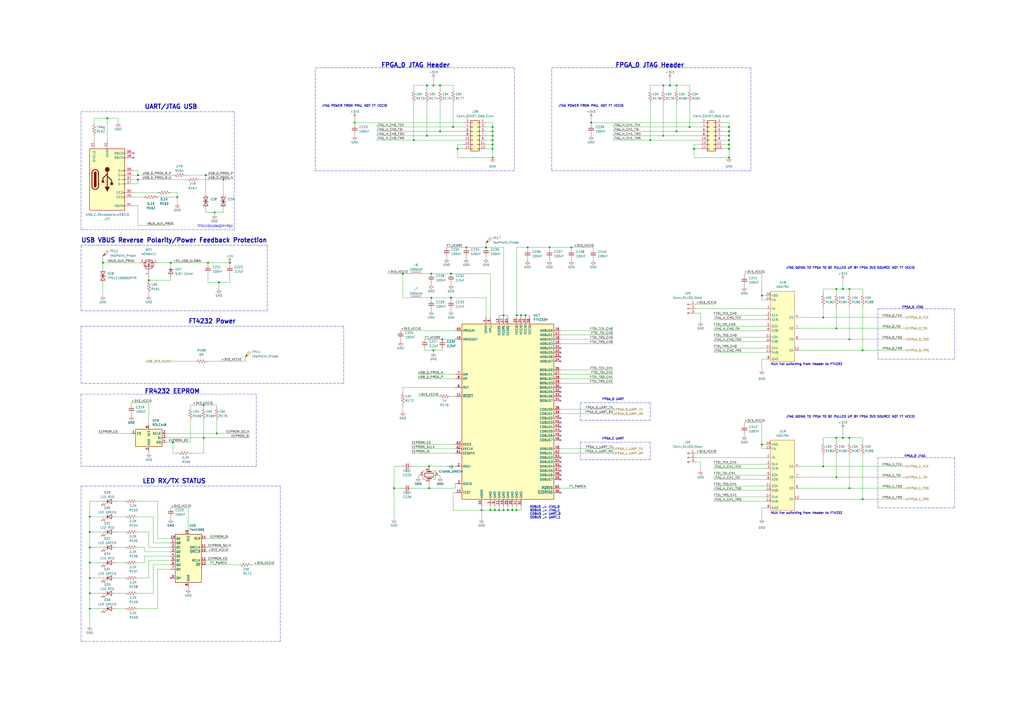
<source format=kicad_sch>
(kicad_sch (version 20211123) (generator eeschema)
  (paper "A2")
  (title_block (title "FT4232 JTAG & UART") (date "2023-03-07") (rev "A") (comment 1 "Designed by DragonEnjoyer :3"))
  (junction (at 304.8 182.88))
  (junction (at 422.91 78.74))
  (junction (at 392.43 76.2))
  (junction (at 302.26 182.88))
  (junction (at 102.87 114.3))
  (junction (at 331.47 143.51))
  (junction (at 384.81 78.74))
  (junction (at 124.46 123.19))
  (junction (at 279.4 295.91))
  (junction (at 118.11 254))
  (junction (at 422.91 81.28))
  (junction (at 299.72 182.88))
  (junction (at 292.1 295.91))
  (junction (at 488.95 167.64))
  (junction (at 285.75 78.74))
  (junction (at 299.72 295.91))
  (junction (at 294.64 295.91))
  (junction (at 250.19 158.75))
  (junction (at 52.07 308.61))
  (junction (at 120.65 152.4))
  (junction (at 52.07 335.28))
  (junction (at 256.54 196.85))
  (junction (at 485.14 276.86))
  (junction (at 492.76 196.85))
  (junction (at 318.77 143.51))
  (junction (at 285.75 76.2))
  (junction (at 255.27 76.2))
  (junction (at 127 163.83))
  (junction (at 62.23 68.58))
  (junction (at 233.68 158.75))
  (junction (at 125.73 251.46))
  (junction (at 400.05 73.66))
  (junction (at 80.01 101.6))
  (junction (at 133.35 152.4))
  (junction (at 392.43 49.53))
  (junction (at 247.65 78.74))
  (junction (at 251.46 49.53))
  (junction (at 255.27 49.53))
  (junction (at 422.91 73.66))
  (junction (at 287.02 295.91))
  (junction (at 422.91 86.36))
  (junction (at 500.38 203.2))
  (junction (at 129.54 104.14))
  (junction (at 228.6 283.21))
  (junction (at 119.38 101.6))
  (junction (at 80.01 104.14))
  (junction (at 248.92 270.51))
  (junction (at 492.76 167.64))
  (junction (at 52.07 299.72))
  (junction (at 261.62 158.75))
  (junction (at 488.95 254))
  (junction (at 265.43 86.36))
  (junction (at 285.75 81.28))
  (junction (at 251.46 203.2))
  (junction (at 492.76 283.21))
  (junction (at 441.96 171.45))
  (junction (at 52.07 326.39))
  (junction (at 388.62 49.53))
  (junction (at 422.91 91.44))
  (junction (at 86.36 162.56))
  (junction (at 384.81 49.53))
  (junction (at 485.14 167.64))
  (junction (at 284.48 295.91))
  (junction (at 377.19 81.28))
  (junction (at 500.38 289.56))
  (junction (at 477.52 270.51))
  (junction (at 270.51 143.51))
  (junction (at 240.03 81.28))
  (junction (at 285.75 91.44))
  (junction (at 52.07 353.06))
  (junction (at 281.94 143.51))
  (junction (at 248.92 283.21))
  (junction (at 422.91 76.2))
  (junction (at 52.07 317.5))
  (junction (at 342.9 71.12))
  (junction (at 262.89 73.66))
  (junction (at 285.75 86.36))
  (junction (at 297.18 295.91))
  (junction (at 99.06 152.4))
  (junction (at 285.75 73.66))
  (junction (at 422.91 83.82))
  (junction (at 247.65 49.53))
  (junction (at 261.62 172.72))
  (junction (at 441.96 257.81))
  (junction (at 306.07 143.51))
  (junction (at 402.59 86.36))
  (junction (at 492.76 254))
  (junction (at 250.19 172.72))
  (junction (at 289.56 295.91))
  (junction (at 52.07 344.17))
  (junction (at 205.74 71.12))
  (junction (at 118.11 234.95))
  (junction (at 100.33 256.54))
  (junction (at 477.52 184.15))
  (junction (at 485.14 254))
  (junction (at 285.75 83.82))
  (junction (at 59.69 152.4))
  (junction (at 292.1 182.88))
  (junction (at 485.14 190.5))
  (no_connect (at 325.12 207.01))
  (no_connect (at 325.12 242.57))
  (no_connect (at 325.12 285.75))
  (no_connect (at 325.12 229.87))
  (no_connect (at 325.12 247.65))
  (no_connect (at 325.12 209.55))
  (no_connect (at 77.47 88.9))
  (no_connect (at 325.12 275.59))
  (no_connect (at 325.12 201.93))
  (no_connect (at 325.12 232.41))
  (no_connect (at 325.12 270.51))
  (no_connect (at 77.47 91.44))
  (no_connect (at 325.12 273.05))
  (no_connect (at 325.12 204.47))
  (no_connect (at 325.12 224.79))
  (no_connect (at 325.12 252.73))
  (no_connect (at 99.06 335.28))
  (no_connect (at 325.12 250.19))
  (no_connect (at 325.12 267.97))
  (no_connect (at 325.12 278.13))
  (no_connect (at 325.12 265.43))
  (no_connect (at 325.12 245.11))
  (no_connect (at 325.12 255.27))
  (no_connect (at 325.12 227.33))
  (wire (pts (xy 120.65 152.4) (xy 120.65 153.67)))
  (wire (pts (xy 205.74 68.58) (xy 205.74 71.12)))
  (wire (pts (xy 205.74 77.47) (xy 205.74 78.74)))
  (wire (pts (xy 492.76 196.85) (xy 525.78 196.85)))
  (wire (pts (xy 279.4 295.91) (xy 279.4 300.99)))
  (polyline (pts (xy 46.99 142.24) (xy 46.99 180.34)))
  (wire (pts (xy 304.8 182.88) (xy 302.26 182.88)))
  (wire (pts (xy 119.38 327.66) (xy 138.43 327.66)))
  (wire (pts (xy 289.56 295.91) (xy 287.02 295.91)))
  (wire (pts (xy 299.72 143.51) (xy 306.07 143.51)))
  (wire (pts (xy 377.19 49.53) (xy 377.19 52.07)))
  (wire (pts (xy 444.5 182.88) (xy 414.02 182.88)))
  (wire (pts (xy 232.41 191.77) (xy 264.16 191.77)))
  (wire (pts (xy 500.38 254) (xy 492.76 254)))
  (wire (pts (xy 477.52 184.15) (xy 525.78 184.15)))
  (wire (pts (xy 119.38 101.6) (xy 119.38 113.03)))
  (wire (pts (xy 242.57 275.59) (xy 242.57 276.86)))
  (wire (pts (xy 441.96 257.81) (xy 441.96 260.35)))
  (polyline (pts (xy 336.55 256.54) (xy 377.19 256.54)))
  (wire (pts (xy 57.15 251.46) (xy 76.2 251.46)))
  (wire (pts (xy 422.91 86.36) (xy 422.91 91.44)))
  (polyline (pts (xy 154.94 142.24) (xy 57.15 142.24)))
  (wire (pts (xy 444.5 288.29) (xy 414.02 288.29)))
  (wire (pts (xy 262.89 73.66) (xy 269.24 73.66)))
  (wire (pts (xy 400.05 59.69) (xy 400.05 73.66)))
  (wire (pts (xy 325.12 260.35) (xy 355.6 260.35)))
  (wire (pts (xy 233.68 270.51) (xy 228.6 270.51)))
  (polyline (pts (xy 377.19 233.68) (xy 377.19 243.84)))
  (wire (pts (xy 441.96 245.11) (xy 441.96 257.81)))
  (polyline (pts (xy 46.99 228.6) (xy 46.99 270.51)))
  (polyline (pts (xy 397.51 39.37) (xy 435.61 39.37)))
  (wire (pts (xy 285.75 78.74) (xy 285.75 81.28)))
  (wire (pts (xy 463.55 289.56) (xy 500.38 289.56)))
  (wire (pts (xy 62.23 68.58) (xy 62.23 81.28)))
  (polyline (pts (xy 336.55 233.68) (xy 336.55 243.84)))
  (wire (pts (xy 205.74 71.12) (xy 205.74 72.39)))
  (wire (pts (xy 384.81 78.74) (xy 406.4 78.74)))
  (wire (pts (xy 255.27 49.53) (xy 251.46 49.53)))
  (wire (pts (xy 463.55 203.2) (xy 500.38 203.2)))
  (polyline (pts (xy 49.53 281.94) (xy 162.56 281.94)))
  (wire (pts (xy 228.6 283.21) (xy 233.68 283.21)))
  (wire (pts (xy 129.54 104.14) (xy 129.54 113.03)))
  (wire (pts (xy 400.05 52.07) (xy 400.05 49.53)))
  (wire (pts (xy 488.95 162.56) (xy 488.95 167.64)))
  (wire (pts (xy 83.82 320.04) (xy 83.82 317.5)))
  (wire (pts (xy 261.62 172.72) (xy 250.19 172.72)))
  (wire (pts (xy 306.07 149.86) (xy 306.07 151.13)))
  (wire (pts (xy 91.44 290.83) (xy 80.01 290.83)))
  (polyline (pts (xy 298.45 39.37) (xy 298.45 99.06)))
  (wire (pts (xy 127 163.83) (xy 133.35 163.83)))
  (wire (pts (xy 96.52 256.54) (xy 100.33 256.54)))
  (wire (pts (xy 403.86 267.97) (xy 406.4 267.97)))
  (polyline (pts (xy 199.39 189.23) (xy 199.39 222.25)))
  (wire (pts (xy 119.38 317.5) (xy 132.08 317.5)))
  (wire (pts (xy 406.4 181.61) (xy 406.4 186.69)))
  (wire (pts (xy 59.69 299.72) (xy 52.07 299.72)))
  (wire (pts (xy 422.91 71.12) (xy 422.91 73.66)))
  (wire (pts (xy 52.07 299.72) (xy 52.07 308.61)))
  (wire (pts (xy 325.12 214.63) (xy 355.6 214.63)))
  (wire (pts (xy 262.89 52.07) (xy 262.89 49.53)))
  (wire (pts (xy 233.68 234.95) (xy 233.68 238.76)))
  (wire (pts (xy 99.06 299.72) (xy 99.06 300.99)))
  (polyline (pts (xy 553.72 265.43) (xy 553.72 294.64)))
  (wire (pts (xy 279.4 293.37) (xy 279.4 295.91)))
  (wire (pts (xy 52.07 335.28) (xy 52.07 344.17)))
  (wire (pts (xy 248.92 279.4) (xy 248.92 283.21)))
  (polyline (pts (xy 162.56 281.94) (xy 162.56 372.11)))
  (wire (pts (xy 240.03 81.28) (xy 269.24 81.28)))
  (wire (pts (xy 299.72 184.15) (xy 299.72 182.88)))
  (wire (pts (xy 88.9 344.17) (xy 80.01 344.17)))
  (wire (pts (xy 492.76 264.16) (xy 492.76 283.21)))
  (wire (pts (xy 99.06 327.66) (xy 88.9 327.66)))
  (polyline (pts (xy 46.99 189.23) (xy 46.99 222.25)))
  (wire (pts (xy 80.01 106.68) (xy 80.01 104.14)))
  (wire (pts (xy 306.07 143.51) (xy 318.77 143.51)))
  (wire (pts (xy 99.06 312.42) (xy 91.44 312.42)))
  (wire (pts (xy 265.43 83.82) (xy 265.43 86.36)))
  (wire (pts (xy 238.76 283.21) (xy 248.92 283.21)))
  (polyline (pts (xy 57.15 142.24) (xy 46.99 142.24)))
  (wire (pts (xy 254 275.59) (xy 255.27 275.59)))
  (wire (pts (xy 261.62 172.72) (xy 261.62 173.99)))
  (wire (pts (xy 500.38 167.64) (xy 492.76 167.64)))
  (wire (pts (xy 419.1 78.74) (xy 422.91 78.74)))
  (wire (pts (xy 228.6 270.51) (xy 228.6 283.21)))
  (wire (pts (xy 500.38 170.18) (xy 500.38 167.64)))
  (wire (pts (xy 99.06 317.5) (xy 86.36 317.5)))
  (wire (pts (xy 264.16 285.75) (xy 262.89 285.75)))
  (wire (pts (xy 292.1 295.91) (xy 289.56 295.91)))
  (wire (pts (xy 331.47 149.86) (xy 331.47 151.13)))
  (wire (pts (xy 289.56 182.88) (xy 292.1 182.88)))
  (wire (pts (xy 86.36 170.18) (xy 86.36 171.45)))
  (wire (pts (xy 431.8 165.1) (xy 431.8 166.37)))
  (wire (pts (xy 488.95 248.92) (xy 488.95 254)))
  (polyline (pts (xy 320.04 99.06) (xy 320.04 39.37)))
  (wire (pts (xy 325.12 199.39) (xy 355.6 199.39)))
  (wire (pts (xy 119.38 320.04) (xy 132.08 320.04)))
  (wire (pts (xy 59.69 290.83) (xy 52.07 290.83)))
  (wire (pts (xy 281.94 76.2) (xy 285.75 76.2)))
  (wire (pts (xy 325.12 196.85) (xy 355.6 196.85)))
  (wire (pts (xy 318.77 144.78) (xy 318.77 143.51)))
  (wire (pts (xy 299.72 143.51) (xy 299.72 182.88)))
  (wire (pts (xy 113.03 209.55) (xy 99.06 209.55)))
  (wire (pts (xy 250.19 179.07) (xy 250.19 180.34)))
  (polyline (pts (xy 509.27 265.43) (xy 553.72 265.43)))
  (wire (pts (xy 261.62 158.75) (xy 284.48 158.75)))
  (wire (pts (xy 205.74 71.12) (xy 269.24 71.12)))
  (wire (pts (xy 285.75 86.36) (xy 285.75 91.44)))
  (wire (pts (xy 251.46 45.72) (xy 251.46 49.53)))
  (wire (pts (xy 247.65 49.53) (xy 240.03 49.53)))
  (wire (pts (xy 444.5 195.58) (xy 414.02 195.58)))
  (wire (pts (xy 262.89 285.75) (xy 262.89 295.91)))
  (wire (pts (xy 281.94 78.74) (xy 285.75 78.74)))
  (wire (pts (xy 302.26 182.88) (xy 299.72 182.88)))
  (wire (pts (xy 120.65 158.75) (xy 120.65 163.83)))
  (wire (pts (xy 83.82 317.5) (xy 80.01 317.5)))
  (wire (pts (xy 99.06 152.4) (xy 120.65 152.4)))
  (wire (pts (xy 485.14 254) (xy 485.14 256.54)))
  (wire (pts (xy 86.36 233.68) (xy 76.2 233.68)))
  (wire (pts (xy 52.07 344.17) (xy 59.69 344.17)))
  (wire (pts (xy 102.87 114.3) (xy 102.87 118.11)))
  (polyline (pts (xy 46.99 64.77) (xy 60.96 64.77)))
  (polyline (pts (xy 46.99 372.11) (xy 46.99 281.94)))
  (wire (pts (xy 292.1 143.51) (xy 292.1 182.88)))
  (wire (pts (xy 414.02 204.47) (xy 444.5 204.47)))
  (wire (pts (xy 77.47 99.06) (xy 80.01 99.06)))
  (wire (pts (xy 355.6 78.74) (xy 384.81 78.74)))
  (wire (pts (xy 243.84 275.59) (xy 242.57 275.59)))
  (wire (pts (xy 289.56 182.88) (xy 289.56 184.15)))
  (wire (pts (xy 384.81 49.53) (xy 377.19 49.53)))
  (wire (pts (xy 242.57 217.17) (xy 264.16 217.17)))
  (wire (pts (xy 406.4 267.97) (xy 406.4 273.05)))
  (wire (pts (xy 54.61 68.58) (xy 54.61 71.12)))
  (wire (pts (xy 120.65 152.4) (xy 133.35 152.4)))
  (wire (pts (xy 233.68 224.79) (xy 233.68 227.33)))
  (wire (pts (xy 297.18 295.91) (xy 294.64 295.91)))
  (wire (pts (xy 142.24 209.55) (xy 120.65 209.55)))
  (wire (pts (xy 402.59 83.82) (xy 402.59 86.36)))
  (wire (pts (xy 492.76 283.21) (xy 525.78 283.21)))
  (wire (pts (xy 54.61 68.58) (xy 62.23 68.58)))
  (wire (pts (xy 285.75 76.2) (xy 285.75 78.74)))
  (polyline (pts (xy 46.99 281.94) (xy 49.53 281.94)))
  (wire (pts (xy 281.94 143.51) (xy 292.1 143.51)))
  (wire (pts (xy 422.91 78.74) (xy 422.91 81.28)))
  (wire (pts (xy 248.92 270.51) (xy 264.16 270.51)))
  (wire (pts (xy 284.48 293.37) (xy 284.48 295.91)))
  (wire (pts (xy 325.12 194.31) (xy 355.6 194.31)))
  (wire (pts (xy 80.01 119.38) (xy 80.01 130.81)))
  (wire (pts (xy 119.38 325.12) (xy 132.08 325.12)))
  (wire (pts (xy 99.06 314.96) (xy 88.9 314.96)))
  (wire (pts (xy 285.75 83.82) (xy 285.75 86.36)))
  (wire (pts (xy 68.58 68.58) (xy 68.58 71.12)))
  (wire (pts (xy 233.68 172.72) (xy 233.68 158.75)))
  (wire (pts (xy 403.86 181.61) (xy 406.4 181.61)))
  (wire (pts (xy 344.17 149.86) (xy 344.17 151.13)))
  (wire (pts (xy 444.5 269.24) (xy 414.02 269.24)))
  (wire (pts (xy 86.36 308.61) (xy 80.01 308.61)))
  (wire (pts (xy 261.62 179.07) (xy 261.62 180.34)))
  (wire (pts (xy 52.07 317.5) (xy 59.69 317.5)))
  (wire (pts (xy 59.69 148.59) (xy 59.69 152.4)))
  (wire (pts (xy 251.46 49.53) (xy 247.65 49.53)))
  (wire (pts (xy 52.07 353.06) (xy 52.07 363.22)))
  (wire (pts (xy 218.44 76.2) (xy 255.27 76.2)))
  (wire (pts (xy 384.81 49.53) (xy 384.81 52.07)))
  (wire (pts (xy 218.44 73.66) (xy 262.89 73.66)))
  (wire (pts (xy 52.07 335.28) (xy 59.69 335.28)))
  (wire (pts (xy 129.54 120.65) (xy 129.54 123.19)))
  (wire (pts (xy 232.41 196.85) (xy 232.41 198.12)))
  (wire (pts (xy 384.81 59.69) (xy 384.81 78.74)))
  (wire (pts (xy 284.48 158.75) (xy 284.48 184.15)))
  (wire (pts (xy 500.38 289.56) (xy 525.78 289.56)))
  (wire (pts (xy 287.02 295.91) (xy 284.48 295.91)))
  (wire (pts (xy 463.55 196.85) (xy 492.76 196.85)))
  (wire (pts (xy 248.92 270.51) (xy 248.92 271.78)))
  (wire (pts (xy 419.1 86.36) (xy 422.91 86.36)))
  (wire (pts (xy 402.59 86.36) (xy 406.4 86.36)))
  (wire (pts (xy 414.02 191.77) (xy 444.5 191.77)))
  (wire (pts (xy 118.11 243.84) (xy 118.11 254)))
  (wire (pts (xy 492.76 177.8) (xy 492.76 196.85)))
  (wire (pts (xy 441.96 171.45) (xy 441.96 173.99)))
  (polyline (pts (xy 260.35 39.37) (xy 298.45 39.37)))
  (wire (pts (xy 287.02 293.37) (xy 287.02 295.91)))
  (wire (pts (xy 463.55 270.51) (xy 477.52 270.51)))
  (wire (pts (xy 292.1 182.88) (xy 292.1 184.15)))
  (wire (pts (xy 125.73 234.95) (xy 118.11 234.95)))
  (wire (pts (xy 441.96 257.81) (xy 444.5 257.81)))
  (wire (pts (xy 91.44 152.4) (xy 99.06 152.4)))
  (polyline (pts (xy 553.72 179.07) (xy 553.72 208.28)))
  (polyline (pts (xy 46.99 133.35) (xy 46.99 64.77)))
  (wire (pts (xy 110.49 262.89) (xy 118.11 262.89)))
  (wire (pts (xy 67.31 344.17) (xy 72.39 344.17)))
  (wire (pts (xy 264.16 224.79) (xy 233.68 224.79)))
  (wire (pts (xy 270.51 148.59) (xy 270.51 149.86)))
  (wire (pts (xy 477.52 270.51) (xy 525.78 270.51)))
  (wire (pts (xy 77.47 114.3) (xy 83.82 114.3)))
  (wire (pts (xy 431.8 158.75) (xy 441.96 158.75)))
  (wire (pts (xy 281.94 83.82) (xy 285.75 83.82)))
  (wire (pts (xy 255.27 76.2) (xy 269.24 76.2)))
  (wire (pts (xy 52.07 326.39) (xy 52.07 335.28)))
  (wire (pts (xy 88.9 314.96) (xy 88.9 299.72)))
  (wire (pts (xy 129.54 123.19) (xy 124.46 123.19)))
  (wire (pts (xy 109.22 294.64) (xy 99.06 294.64)))
  (wire (pts (xy 77.47 119.38) (xy 80.01 119.38)))
  (wire (pts (xy 325.12 240.03) (xy 355.6 240.03)))
  (polyline (pts (xy 336.55 233.68) (xy 377.19 233.68)))
  (wire (pts (xy 463.55 190.5) (xy 485.14 190.5)))
  (wire (pts (xy 422.91 76.2) (xy 422.91 78.74)))
  (wire (pts (xy 67.31 326.39) (xy 72.39 326.39)))
  (polyline (pts (xy 199.39 222.25) (xy 46.99 222.25)))
  (wire (pts (xy 302.26 293.37) (xy 302.26 295.91)))
  (wire (pts (xy 377.19 81.28) (xy 406.4 81.28)))
  (polyline (pts (xy 435.61 39.37) (xy 435.61 99.06)))
  (wire (pts (xy 251.46 203.2) (xy 246.38 203.2)))
  (wire (pts (xy 281.94 140.97) (xy 281.94 143.51)))
  (wire (pts (xy 99.06 162.56) (xy 86.36 162.56)))
  (polyline (pts (xy 377.19 256.54) (xy 377.19 266.7)))
  (wire (pts (xy 119.38 123.19) (xy 119.38 120.65)))
  (wire (pts (xy 325.12 237.49) (xy 355.6 237.49)))
  (polyline (pts (xy 148.59 270.51) (xy 148.59 228.6)))
  (wire (pts (xy 304.8 182.88) (xy 304.8 184.15)))
  (wire (pts (xy 52.07 344.17) (xy 52.07 353.06)))
  (polyline (pts (xy 336.55 256.54) (xy 336.55 266.7)))
  (wire (pts (xy 115.57 104.14) (xy 129.54 104.14)))
  (wire (pts (xy 500.38 256.54) (xy 500.38 254)))
  (wire (pts (xy 325.12 217.17) (xy 355.6 217.17)))
  (wire (pts (xy 444.5 208.28) (xy 441.96 208.28)))
  (polyline (pts (xy 509.27 179.07) (xy 509.27 208.28)))
  (wire (pts (xy 242.57 229.87) (xy 254 229.87)))
  (wire (pts (xy 91.44 353.06) (xy 80.01 353.06)))
  (wire (pts (xy 331.47 144.78) (xy 331.47 143.51)))
  (wire (pts (xy 431.8 160.02) (xy 431.8 158.75)))
  (wire (pts (xy 109.22 340.36) (xy 109.22 341.63)))
  (wire (pts (xy 233.68 158.75) (xy 237.49 158.75)))
  (wire (pts (xy 485.14 177.8) (xy 485.14 190.5)))
  (wire (pts (xy 238.76 262.89) (xy 264.16 262.89)))
  (polyline (pts (xy 46.99 180.34) (xy 154.94 180.34)))
  (wire (pts (xy 414.02 290.83) (xy 444.5 290.83)))
  (wire (pts (xy 96.52 251.46) (xy 125.73 251.46)))
  (wire (pts (xy 281.94 73.66) (xy 285.75 73.66)))
  (wire (pts (xy 500.38 177.8) (xy 500.38 203.2)))
  (wire (pts (xy 102.87 262.89) (xy 100.33 262.89)))
  (wire (pts (xy 91.44 114.3) (xy 102.87 114.3)))
  (wire (pts (xy 76.2 233.68) (xy 76.2 234.95)))
  (wire (pts (xy 444.5 294.64) (xy 441.96 294.64)))
  (wire (pts (xy 261.62 172.72) (xy 281.94 172.72)))
  (wire (pts (xy 255.27 49.53) (xy 255.27 52.07)))
  (wire (pts (xy 129.54 104.14) (xy 133.35 104.14)))
  (wire (pts (xy 285.75 73.66) (xy 285.75 76.2)))
  (wire (pts (xy 224.79 158.75) (xy 233.68 158.75)))
  (wire (pts (xy 431.8 246.38) (xy 431.8 245.11)))
  (wire (pts (xy 83.82 322.58) (xy 83.82 326.39)))
  (wire (pts (xy 294.64 182.88) (xy 294.64 184.15)))
  (wire (pts (xy 265.43 86.36) (xy 269.24 86.36)))
  (wire (pts (xy 318.77 143.51) (xy 331.47 143.51)))
  (wire (pts (xy 240.03 49.53) (xy 240.03 52.07)))
  (polyline (pts (xy 377.19 266.7) (xy 336.55 266.7)))
  (polyline (pts (xy 182.88 99.06) (xy 182.88 39.37)))
  (polyline (pts (xy 377.19 243.84) (xy 336.55 243.84)))
  (wire (pts (xy 463.55 283.21) (xy 492.76 283.21)))
  (wire (pts (xy 292.1 182.88) (xy 294.64 182.88)))
  (wire (pts (xy 76.2 240.03) (xy 76.2 241.3)))
  (wire (pts (xy 86.36 325.12) (xy 86.36 335.28)))
  (wire (pts (xy 492.76 254) (xy 488.95 254)))
  (wire (pts (xy 463.55 184.15) (xy 477.52 184.15)))
  (wire (pts (xy 285.75 71.12) (xy 285.75 73.66)))
  (wire (pts (xy 80.01 101.6) (xy 100.33 101.6)))
  (wire (pts (xy 485.14 190.5) (xy 525.78 190.5)))
  (wire (pts (xy 270.51 143.51) (xy 281.94 143.51)))
  (wire (pts (xy 265.43 86.36) (xy 265.43 91.44)))
  (wire (pts (xy 110.49 243.84) (xy 110.49 256.54)))
  (wire (pts (xy 67.31 290.83) (xy 72.39 290.83)))
  (wire (pts (xy 419.1 76.2) (xy 422.91 76.2)))
  (wire (pts (xy 77.47 104.14) (xy 80.01 104.14)))
  (wire (pts (xy 52.07 290.83) (xy 52.07 299.72)))
  (wire (pts (xy 262.89 59.69) (xy 262.89 73.66)))
  (wire (pts (xy 240.03 59.69) (xy 240.03 81.28)))
  (wire (pts (xy 255.27 59.69) (xy 255.27 76.2)))
  (wire (pts (xy 477.52 167.64) (xy 477.52 170.18)))
  (wire (pts (xy 77.47 106.68) (xy 80.01 106.68)))
  (wire (pts (xy 91.44 312.42) (xy 91.44 290.83)))
  (wire (pts (xy 477.52 254) (xy 477.52 256.54)))
  (wire (pts (xy 109.22 307.34) (xy 109.22 294.64)))
  (wire (pts (xy 118.11 254) (xy 144.78 254)))
  (wire (pts (xy 500.38 203.2) (xy 525.78 203.2)))
  (wire (pts (xy 444.5 275.59) (xy 414.02 275.59)))
  (wire (pts (xy 500.38 264.16) (xy 500.38 289.56)))
  (wire (pts (xy 292.1 293.37) (xy 292.1 295.91)))
  (wire (pts (xy 414.02 271.78) (xy 444.5 271.78)))
  (wire (pts (xy 294.64 295.91) (xy 292.1 295.91)))
  (wire (pts (xy 88.9 327.66) (xy 88.9 344.17)))
  (wire (pts (xy 262.89 295.91) (xy 279.4 295.91)))
  (wire (pts (xy 355.6 81.28) (xy 377.19 81.28)))
  (wire (pts (xy 238.76 260.35) (xy 264.16 260.35)))
  (wire (pts (xy 444.5 260.35) (xy 441.96 260.35)))
  (wire (pts (xy 99.06 161.29) (xy 99.06 162.56)))
  (wire (pts (xy 281.94 71.12) (xy 285.75 71.12)))
  (polyline (pts (xy 162.56 372.11) (xy 46.99 372.11)))
  (wire (pts (xy 127 163.83) (xy 127 167.64)))
  (wire (pts (xy 86.36 261.62) (xy 86.36 262.89)))
  (wire (pts (xy 52.07 353.06) (xy 59.69 353.06)))
  (wire (pts (xy 67.31 299.72) (xy 72.39 299.72)))
  (wire (pts (xy 67.31 308.61) (xy 72.39 308.61)))
  (wire (pts (xy 388.62 49.53) (xy 384.81 49.53)))
  (wire (pts (xy 403.86 262.89) (xy 415.29 262.89)))
  (polyline (pts (xy 46.99 270.51) (xy 148.59 270.51)))
  (wire (pts (xy 52.07 308.61) (xy 52.07 317.5)))
  (wire (pts (xy 355.6 73.66) (xy 400.05 73.66)))
  (wire (pts (xy 264.16 283.21) (xy 264.16 280.67)))
  (wire (pts (xy 265.43 91.44) (xy 285.75 91.44)))
  (wire (pts (xy 52.07 308.61) (xy 59.69 308.61)))
  (wire (pts (xy 441.96 294.64) (xy 441.96 300.99)))
  (wire (pts (xy 444.5 201.93) (xy 414.02 201.93)))
  (wire (pts (xy 242.57 219.71) (xy 264.16 219.71)))
  (wire (pts (xy 463.55 276.86) (xy 485.14 276.86)))
  (polyline (pts (xy 182.88 39.37) (xy 260.35 39.37)))
  (wire (pts (xy 306.07 144.78) (xy 306.07 143.51)))
  (wire (pts (xy 80.01 130.81) (xy 99.06 130.81)))
  (wire (pts (xy 325.12 283.21) (xy 340.36 283.21)))
  (wire (pts (xy 441.96 158.75) (xy 441.96 171.45)))
  (wire (pts (xy 284.48 295.91) (xy 279.4 295.91)))
  (wire (pts (xy 477.52 264.16) (xy 477.52 270.51)))
  (wire (pts (xy 119.38 101.6) (xy 133.35 101.6)))
  (wire (pts (xy 99.06 322.58) (xy 83.82 322.58)))
  (wire (pts (xy 488.95 167.64) (xy 485.14 167.64)))
  (wire (pts (xy 99.06 330.2) (xy 91.44 330.2)))
  (wire (pts (xy 392.43 49.53) (xy 388.62 49.53)))
  (wire (pts (xy 414.02 284.48) (xy 444.5 284.48)))
  (wire (pts (xy 325.12 222.25) (xy 355.6 222.25)))
  (wire (pts (xy 325.12 219.71) (xy 355.6 219.71)))
  (wire (pts (xy 388.62 45.72) (xy 388.62 49.53)))
  (wire (pts (xy 245.11 158.75) (xy 250.19 158.75)))
  (wire (pts (xy 77.47 101.6) (xy 80.01 101.6)))
  (wire (pts (xy 488.95 254) (xy 485.14 254)))
  (wire (pts (xy 392.43 76.2) (xy 406.4 76.2)))
  (wire (pts (xy 59.69 152.4) (xy 59.69 156.21)))
  (wire (pts (xy 325.12 262.89) (xy 355.6 262.89)))
  (wire (pts (xy 237.49 172.72) (xy 233.68 172.72)))
  (wire (pts (xy 142.24 207.01) (xy 142.24 209.55)))
  (wire (pts (xy 444.5 173.99) (xy 441.96 173.99)))
  (wire (pts (xy 431.8 245.11) (xy 441.96 245.11)))
  (wire (pts (xy 400.05 49.53) (xy 392.43 49.53)))
  (wire (pts (xy 118.11 234.95) (xy 110.49 234.95)))
  (wire (pts (xy 297.18 293.37) (xy 297.18 295.91)))
  (wire (pts (xy 80.01 104.14) (xy 107.95 104.14)))
  (wire (pts (xy 414.02 278.13) (xy 444.5 278.13)))
  (wire (pts (xy 403.86 179.07) (xy 444.5 179.07)))
  (wire (pts (xy 99.06 320.04) (xy 83.82 320.04)))
  (wire (pts (xy 492.76 167.64) (xy 488.95 167.64)))
  (wire (pts (xy 261.62 163.83) (xy 261.62 165.1)))
  (wire (pts (xy 261.62 158.75) (xy 250.19 158.75)))
  (wire (pts (xy 86.36 317.5) (xy 86.36 308.61)))
  (wire (pts (xy 54.61 78.74) (xy 54.61 81.28)))
  (wire (pts (xy 400.05 73.66) (xy 406.4 73.66)))
  (wire (pts (xy 281.94 172.72) (xy 281.94 184.15)))
  (wire (pts (xy 118.11 262.89) (xy 118.11 254)))
  (wire (pts (xy 52.07 317.5) (xy 52.07 326.39)))
  (wire (pts (xy 256.54 203.2) (xy 251.46 203.2)))
  (wire (pts (xy 377.19 59.69) (xy 377.19 81.28)))
  (wire (pts (xy 477.52 177.8) (xy 477.52 184.15)))
  (wire (pts (xy 318.77 149.86) (xy 318.77 151.13)))
  (wire (pts (xy 255.27 275.59) (xy 255.27 276.86)))
  (wire (pts (xy 146.05 327.66) (xy 158.75 327.66)))
  (wire (pts (xy 107.95 101.6) (xy 119.38 101.6)))
  (polyline (pts (xy 46.99 189.23) (xy 199.39 189.23)))
  (wire (pts (xy 485.14 264.16) (xy 485.14 276.86)))
  (wire (pts (xy 83.82 326.39) (xy 80.01 326.39)))
  (wire (pts (xy 247.65 78.74) (xy 269.24 78.74)))
  (wire (pts (xy 218.44 78.74) (xy 247.65 78.74)))
  (wire (pts (xy 302.26 182.88) (xy 302.26 184.15)))
  (wire (pts (xy 355.6 76.2) (xy 392.43 76.2)))
  (wire (pts (xy 261.62 229.87) (xy 264.16 229.87)))
  (wire (pts (xy 247.65 49.53) (xy 247.65 52.07)))
  (wire (pts (xy 67.31 317.5) (xy 72.39 317.5)))
  (wire (pts (xy 250.19 172.72) (xy 250.19 173.99)))
  (polyline (pts (xy 320.04 39.37) (xy 397.51 39.37)))
  (wire (pts (xy 133.35 152.4) (xy 133.35 153.67)))
  (wire (pts (xy 251.46 203.2) (xy 251.46 204.47)))
  (wire (pts (xy 228.6 283.21) (xy 228.6 300.99)))
  (wire (pts (xy 259.08 148.59) (xy 259.08 149.86)))
  (wire (pts (xy 419.1 73.66) (xy 422.91 73.66)))
  (wire (pts (xy 342.9 71.12) (xy 406.4 71.12)))
  (wire (pts (xy 125.73 236.22) (xy 125.73 234.95)))
  (polyline (pts (xy 135.89 133.35) (xy 46.99 133.35)))
  (wire (pts (xy 86.36 160.02) (xy 86.36 162.56)))
  (polyline (pts (xy 135.89 64.77) (xy 135.89 133.35)))
  (wire (pts (xy 342.9 77.47) (xy 342.9 78.74)))
  (wire (pts (xy 259.08 143.51) (xy 270.51 143.51)))
  (wire (pts (xy 402.59 91.44) (xy 422.91 91.44)))
  (polyline (pts (xy 298.45 99.06) (xy 182.88 99.06)))
  (wire (pts (xy 342.9 68.58) (xy 342.9 71.12)))
  (wire (pts (xy 422.91 73.66) (xy 422.91 76.2)))
  (wire (pts (xy 67.31 353.06) (xy 72.39 353.06)))
  (wire (pts (xy 302.26 295.91) (xy 299.72 295.91)))
  (wire (pts (xy 419.1 81.28) (xy 422.91 81.28)))
  (wire (pts (xy 325.12 191.77) (xy 355.6 191.77)))
  (wire (pts (xy 299.72 293.37) (xy 299.72 295.91)))
  (wire (pts (xy 441.96 208.28) (xy 441.96 214.63)))
  (wire (pts (xy 485.14 254) (xy 477.52 254)))
  (polyline (pts (xy 509.27 179.07) (xy 553.72 179.07)))
  (wire (pts (xy 62.23 68.58) (xy 68.58 68.58)))
  (wire (pts (xy 392.43 59.69) (xy 392.43 76.2)))
  (wire (pts (xy 485.14 167.64) (xy 485.14 170.18)))
  (wire (pts (xy 419.1 71.12) (xy 422.91 71.12)))
  (wire (pts (xy 285.75 81.28) (xy 285.75 83.82)))
  (wire (pts (xy 238.76 257.81) (xy 264.16 257.81)))
  (polyline (pts (xy 553.72 294.64) (xy 509.27 294.64)))
  (wire (pts (xy 67.31 335.28) (xy 72.39 335.28)))
  (wire (pts (xy 99.06 111.76) (xy 102.87 111.76)))
  (wire (pts (xy 289.56 293.37) (xy 289.56 295.91)))
  (wire (pts (xy 256.54 201.93) (xy 256.54 203.2)))
  (wire (pts (xy 102.87 114.3) (xy 102.87 111.76)))
  (wire (pts (xy 307.34 182.88) (xy 304.8 182.88)))
  (wire (pts (xy 431.8 251.46) (xy 431.8 252.73)))
  (wire (pts (xy 422.91 81.28) (xy 422.91 83.82)))
  (wire (pts (xy 120.65 163.83) (xy 127 163.83)))
  (wire (pts (xy 99.06 152.4) (xy 99.06 153.67)))
  (wire (pts (xy 307.34 184.15) (xy 307.34 182.88)))
  (wire (pts (xy 392.43 49.53) (xy 392.43 52.07)))
  (wire (pts (xy 59.69 163.83) (xy 59.69 171.45)))
  (wire (pts (xy 100.33 256.54) (xy 110.49 256.54)))
  (wire (pts (xy 485.14 276.86) (xy 525.78 276.86)))
  (wire (pts (xy 88.9 299.72) (xy 80.01 299.72)))
  (wire (pts (xy 269.24 83.82) (xy 265.43 83.82)))
  (wire (pts (xy 441.96 171.45) (xy 444.5 171.45)))
  (wire (pts (xy 414.02 198.12) (xy 444.5 198.12)))
  (wire (pts (xy 99.06 325.12) (xy 86.36 325.12)))
  (wire (pts (xy 406.4 83.82) (xy 402.59 83.82)))
  (polyline (pts (xy 154.94 180.34) (xy 154.94 142.24)))
  (wire (pts (xy 125.73 243.84) (xy 125.73 251.46)))
  (wire (pts (xy 52.07 326.39) (xy 59.69 326.39)))
  (wire (pts (xy 444.5 281.94) (xy 414.02 281.94)))
  (polyline (pts (xy 553.72 208.28) (xy 509.27 208.28)))
  (wire (pts (xy 402.59 86.36) (xy 402.59 91.44)))
  (wire (pts (xy 86.36 246.38) (xy 86.36 233.68)))
  (wire (pts (xy 262.89 49.53) (xy 255.27 49.53)))
  (wire (pts (xy 91.44 330.2) (xy 91.44 353.06)))
  (wire (pts (xy 59.69 152.4) (xy 81.28 152.4)))
  (wire (pts (xy 299.72 295.91) (xy 297.18 295.91)))
  (polyline (pts (xy 60.96 64.77) (xy 135.89 64.77)))
  (polyline (pts (xy 435.61 99.06) (xy 320.04 99.06)))
  (wire (pts (xy 118.11 234.95) (xy 118.11 236.22)))
  (wire (pts (xy 403.86 265.43) (xy 444.5 265.43)))
  (wire (pts (xy 86.36 335.28) (xy 80.01 335.28)))
  (wire (pts (xy 124.46 123.19) (xy 119.38 123.19)))
  (polyline (pts (xy 46.99 228.6) (xy 148.59 228.6)))
  (wire (pts (xy 246.38 203.2) (xy 246.38 201.93)))
  (wire (pts (xy 414.02 185.42) (xy 444.5 185.42)))
  (wire (pts (xy 281.94 81.28) (xy 285.75 81.28)))
  (wire (pts (xy 492.76 254) (xy 492.76 256.54)))
  (wire (pts (xy 238.76 270.51) (xy 248.92 270.51)))
  (wire (pts (xy 247.65 59.69) (xy 247.65 78.74)))
  (wire (pts (xy 119.38 312.42) (xy 132.08 312.42)))
  (wire (pts (xy 485.14 167.64) (xy 477.52 167.64)))
  (wire (pts (xy 256.54 196.85) (xy 264.16 196.85)))
  (wire (pts (xy 246.38 196.85) (xy 256.54 196.85)))
  (wire (pts (xy 100.33 262.89) (xy 100.33 256.54)))
  (wire (pts (xy 294.64 293.37) (xy 294.64 295.91)))
  (wire (pts (xy 77.47 111.76) (xy 91.44 111.76)))
  (wire (pts (xy 96.52 254) (xy 118.11 254)))
  (wire (pts (xy 218.44 81.28) (xy 240.03 81.28)))
  (wire (pts (xy 250.19 163.83) (xy 250.19 165.1)))
  (wire (pts (xy 444.5 189.23) (xy 414.02 189.23)))
  (wire (pts (xy 422.91 83.82) (xy 422.91 86.36)))
  (wire (pts (xy 331.47 143.51) (xy 344.17 143.51)))
  (wire (pts (xy 403.86 176.53) (xy 415.29 176.53)))
  (wire (pts (xy 125.73 251.46) (xy 144.78 251.46)))
  (wire (pts (xy 344.17 144.78) (xy 344.17 143.51)))
  (wire (pts (xy 110.49 234.95) (xy 110.49 236.22)))
  (polyline (pts (xy 509.27 265.43) (xy 509.27 294.64)))
  (wire (pts (xy 419.1 83.82) (xy 422.91 83.82)))
  (wire (pts (xy 248.92 283.21) (xy 264.16 283.21)))
  (wire (pts (xy 281.94 148.59) (xy 281.94 149.86)))
  (wire (pts (xy 342.9 71.12) (xy 342.9 72.39)))
  (wire (pts (xy 133.35 158.75) (xy 133.35 163.83)))
  (wire (pts (xy 281.94 86.36) (xy 285.75 86.36)))
  (wire (pts (xy 245.11 172.72) (xy 250.19 172.72)))
  (wire (pts (xy 492.76 167.64) (xy 492.76 170.18)))
  (wire (pts (xy 80.01 101.6) (xy 80.01 99.06)))
  (wire (pts (xy 124.46 123.19) (xy 124.46 124.46)))
  (text "TPD1E05U06QDPYRQ1" (at 114.3 132.08 0) (effects (font (size 1.27 1.27)) (justify left bottom)))
  (text "FPGA_1 UART" (at 349.25 255.27 0) (effects (font (size 1.27 1.27) (thickness 0.254) bold) (justify left bottom)))
  (text "FPGA_0 JTAG Header" (at 220.98 39.37 0) (effects (font (size 2.54 2.54) (thickness 0.508) bold) (justify left bottom)))
  (text "FR4232 EEPROM" (at 83.82 228.6 0) (effects (font (size 2.54 2.54) (thickness 0.508) bold) (justify left bottom)))
  (text "FPGA_0 JTAG Header" (at 356.87 39.37 0) (effects (font (size 2.54 2.54) (thickness 0.508) bold) (justify left bottom)))
  (text "FT4232 Power" (at 109.22 187.96 0) (effects (font (size 2.54 2.54) (thickness 0.508) bold) (justify left bottom)))
  (text "FPGA_0 JTAG" (at 523.24 179.07 0) (effects (font (size 1.27 1.27) (thickness 0.254) bold) (justify left bottom)))
  (text "FPGA_0 UART" (at 349.25 232.41 0) (effects (font (size 1.27 1.27) (thickness 0.254) bold) (justify left bottom)))
  (text "FPGA_0 JTAG" (at 524.51 265.43 0) (effects (font (size 1.27 1.27) (thickness 0.254) bold) (justify left bottom)))
  (text "JTAG POWER FROM PMU, NOT FT VCCIO" (at 323.85 62.23 0) (effects (font (size 1.27 1.27) (thickness 0.254) bold) (justify left bottom)))
  (text "JTAG GOING TO FPGA TO BE PULLED UP BY FPGA 3V3 SOURCE NOT FT VCCIO" (at 455.93 156.21 0) (effects (font (size 1.27 1.27) (thickness 0.254) bold) (justify left bottom)))
  (text "LED RX/TX STATUS" (at 82.55 280.67 0) (effects (font (size 2.54 2.54) bold) (justify left bottom)))
  (text "MUX For switching from Header to FT4232" (at 447.04 298.45 0) (effects (font (size 1.27 1.27) bold) (justify left bottom)))
  (text "JTAG POWER FROM PMU, NOT FT VCCIO" (at 186.69 62.23 0) (effects (font (size 1.27 1.27) (thickness 0.254) bold) (justify left bottom)))
  (text "MUX For switching from Header to FT4232" (at 447.04 212.09 0) (effects (font (size 1.27 1.27) bold) (justify left bottom)))
  (text "ADBUS _> JTAG_0\nBDBUS _> JTAG_1\nCDBUS _> UART_0\nDDBUS _> UART_1" (at 307.34 300.99 0) (effects (font (size 1.27 1.27) bold) (justify left bottom)))
  (text "JTAG GOING TO FPGA TO BE PULLED UP BY FPGA 3V3 SOURCE NOT FT VCCIO" (at 455.93 242.57 0) (effects (font (size 1.27 1.27) (thickness 0.254) bold) (justify left bottom)))
  (text "USB VBUS Reverse Polarity/Power Feedback Protection" (at 46.99 140.97 0) (effects (font (size 2.54 2.54) (thickness 0.508) bold) (justify left bottom)))
  (text "UART/JTAG USB" (at 83.82 63.5 0) (effects (font (size 2.54 2.54) bold) (justify left bottom)))
  (label "JTAG_H_CH0_TDO" (at 218.44 78.74 0))
  (label "JTAG_H_CH0_TCK" (at 218.44 73.66 0))
  (label "JTAG_H_CH1_TDI" (at 414.02 278.13 0))
  (label "+3V3_VCCIO" (at 111.76 234.95 0))
  (label "FPGA_1_TCK" (at 511.81 270.51 0))
  (label "EEPROM_DO" (at 109.22 256.54 180))
  (label "JTAG_H_CH1_TDI" (at 355.6 76.2 0))
  (label "FTDI_TDO_CH0" (at 414.02 195.58 0))
  (label "FT_VCORE" (at 246.38 196.85 0))
  (label "JTAG_H_CH1_TDO" (at 414.02 284.48 0))
  (label "+3V3_VCCIO" (at 332.74 143.51 0))
  (label "USB_D_PROG_P" (at 120.65 101.6 0))
  (label "FTDI_TCK_CH0" (at 355.6 191.77 180))
  (label "JTAG_H_CH1_TDO" (at 355.6 78.74 0))
  (label "+3V3_VCCIO" (at 232.41 191.77 0))
  (label "+3V3_VCCIO" (at 128.27 209.55 0))
  (label "FPGA_0_TDO" (at 511.81 196.85 0))
  (label "EEPROM_CS" (at 120.65 325.12 0))
  (label "JTAG_H_CH0_TDI" (at 218.44 76.2 0))
  (label "+3V3_VCCIO" (at 242.57 229.87 0))
  (label "VBUS_AUX_PROG" (at 85.09 130.81 0))
  (label "FTDI_TDI_CH1" (at 355.6 217.17 180))
  (label "+5V_USB_GLOBAL" (at 100.33 152.4 0))
  (label "FPGA_1_TDI" (at 511.81 276.86 0))
  (label "FPGA_0_UART_RX" (at 355.6 240.03 180))
  (label "JTAG_H_CH1_TMS" (at 414.02 290.83 0))
  (label "FTDI_TCK_CH1" (at 414.02 269.24 0))
  (label "FPGA_0_TCK" (at 511.81 184.15 0))
  (label "EEPROM_DI" (at 238.76 262.89 0))
  (label "JTAG_H_CH0_TMS" (at 414.02 204.47 0))
  (label "USB_D_PROG_P" (at 242.57 219.71 0))
  (label "EEPROM_SCLK" (at 120.65 317.5 0))
  (label "EEPROM_DI" (at 121.92 312.42 0))
  (label "JTAG_H_CH0_TDI" (at 414.02 191.77 0))
  (label "+3V3_VCCIO" (at 76.2 233.68 0))
  (label "FTDI_TCK_CH1" (at 355.6 214.63 180))
  (label "FT_PWREN" (at 121.92 327.66 0))
  (label "+3V3_VCCIO" (at 403.86 262.89 0))
  (label "+3V3_VCCIO" (at 99.06 294.64 0))
  (label "FTDI_TCK_CH0" (at 414.02 182.88 0))
  (label "FTDI_TDO_CH0" (at 355.6 196.85 180))
  (label "JTAG_H_CH1_TCK" (at 355.6 73.66 0))
  (label "USB_D_PROG_R_P" (at 82.55 101.6 0))
  (label "FT_PWREN" (at 330.2 283.21 0))
  (label "USB_D_PROG_N" (at 242.57 217.17 0))
  (label "FPGA_1_TMS" (at 511.81 289.56 0))
  (label "JTAG_H_CH0_TCK" (at 414.02 185.42 0))
  (label "EEPROM_SCLK" (at 144.78 251.46 180))
  (label "FTDI_TDI_CH0" (at 414.02 189.23 0))
  (label "JTAG_H_CH0_TMS" (at 218.44 81.28 0))
  (label "FPGA_1_TDO" (at 511.81 283.21 0))
  (label "FTDI_TDO_CH1" (at 355.6 219.71 180))
  (label "+3V3_VCCIO" (at 431.8 245.11 0))
  (label "FPGA_0_TDI" (at 511.81 190.5 0))
  (label "USB_D_PROG_R_N" (at 82.55 104.14 0))
  (label "FTDI_TDO_CH1" (at 414.02 281.94 0))
  (label "FPGA_0_UART_TX" (at 355.6 237.49 180))
  (label "+3V3_VCCIO" (at 224.79 158.75 0))
  (label "FTDI_TMS_CH0" (at 414.02 201.93 0))
  (label "VBUS_AUX_PROG" (at 62.23 152.4 0))
  (label "FPGA_1_UART_TX" (at 355.6 260.35 180))
  (label "USB_D_PROG_N" (at 120.65 104.14 0))
  (label "FTDI_TMS_CH1" (at 414.02 288.29 0))
  (label "JTAG_H_CH1_TMS" (at 355.6 81.28 0))
  (label "+3V3_VCCIO" (at 431.8 158.75 0))
  (label "+3V3_VCCIO" (at 403.86 176.53 0))
  (label "+3V3_VCCIO" (at 120.65 320.04 0))
  (label "FTDI_TDI_CH1" (at 414.02 275.59 0))
  (label "FT_VCORE" (at 259.08 143.51 0))
  (label "+3V3_VCCIO" (at 147.32 327.66 0))
  (label "FTDI_TMS_CH0" (at 355.6 199.39 180))
  (label "EEPROM_DI" (at 144.78 254 180))
  (label "FPGA_1_UART_RX" (at 355.6 262.89 180))
  (label "FTDI_TMS_CH1" (at 355.6 222.25 180))
  (label "EEPROM_CS" (at 238.76 257.81 0))
  (label "FPGA_0_TMS" (at 511.81 203.2 0))
  (label "FTDI_TDI_CH0" (at 355.6 194.31 180))
  (label "EEPROM_SCLK" (at 238.76 260.35 0))
  (label "JTAG_H_CH0_TDO" (at 414.02 198.12 0))
  (label "JTAG_H_CH1_TCK" (at 414.02 271.78 0))
  (label "EEPROM_CS" (at 57.15 251.46 0))
  (hierarchical_label "USB_3V3_AUX" (shape input) (at 99.06 209.55 180))
  (hierarchical_label "FPGA_1_TMS" (shape bidirectional) (at 525.78 289.56 0))
  (hierarchical_label "FPGA_1_TDI" (shape output) (at 525.78 276.86 0))
  (hierarchical_label "FPGA_0_TCK" (shape bidirectional) (at 525.78 184.15 0))
  (hierarchical_label "FPGA_0_TMS" (shape bidirectional) (at 525.78 203.2 0))
  (hierarchical_label "FPGA_1_UART_RX" (shape input) (at 355.6 262.89 0))
  (hierarchical_label "FPGA_0_TDI" (shape output) (at 525.78 190.5 0))
  (hierarchical_label "FPGA_0_UART_TX" (shape output) (at 355.6 237.49 0))
  (hierarchical_label "FPGA_1_TCK" (shape bidirectional) (at 525.78 270.51 0))
  (hierarchical_label "FPGA_0_UART_RX" (shape input) (at 355.6 240.03 0))
  (hierarchical_label "FPGA_1_TDO" (shape input) (at 525.78 283.21 0))
  (hierarchical_label "FPGA_1_UART_TX" (shape output) (at 355.6 260.35 0))
  (hierarchical_label "FPGA_0_TDO" (shape input) (at 525.78 196.85 0))
  (symbol (lib_id "Device:R_US") (at 104.14 101.6 90) (mirror x) (unit 1)
    (property "Reference" "R164" (at 104.14 99.06 90))
    (property "Value" "27R" (at 104.14 96.52 90))
    (property "Footprint" "Resistor_SMD:R_0402_1005Metric" (effects hide))
    (property "MFR PN" "RC0402FR-0727RL" (effects hide))
  )
  (symbol (lib_id "Device:D_TVS") (at 59.69 160.02 90) (unit 1)
    (property "Reference" "D28" (at 62.23 158.7499 90) (effects (justify right)))
    (property "Value" "TPD1E10B06DPYR " (at 62.23 161.2899 90) (effects (justify right)))
    (property "Footprint" "Diode_SMD:D_0402_1005Metric" (effects hide))
    (property "Datasheet" "https://www.ti.com/general/docs/suppproductinfo.tsp?distId=26&gotoUrl=https://www.ti.com/lit/gpn/tpd1e10b06" (effects hide))
  )
  (symbol (lib_id "power:GND") (at 331.47 151.13 0) (unit 1)
    (property "Reference" "#PWR0416" (effects hide))
    (property "Value" "GND" (at 331.47 154.94 0))
  )
  (symbol (lib_id "power:GND") (at 255.27 276.86 0) (mirror y) (unit 1)
    (property "Reference" "#PWR070" (effects hide))
    (property "Value" "GND" (at 255.27 280.67 0))
  )
  (symbol (lib_id "power:GND") (at 52.07 363.22 0) (unit 1)
    (property "Reference" "#PWR0386" (effects hide))
    (property "Value" "GND" (at 52.07 367.03 0))
  )
  (symbol (lib_id "Device:R_US") (at 54.61 74.93 0) (mirror y) (unit 1)
    (property "Reference" "R152" (at 55.88 76.2 0) (effects (justify right)))
    (property "Value" "1Meg" (at 55.88 73.66 0) (effects (justify right)))
    (property "Footprint" "Resistor_SMD:R_0402_1005Metric" (effects hide))
    (property "MFR PN" "RC0402FR-071ML" (effects hide))
  )
  (symbol (lib_id "Device:R_US") (at 384.81 55.88 0) (mirror y) (unit 1)
    (property "Reference" "R179" (at 386.08 57.15 0) (effects (justify right)))
    (property "Value" "10K" (at 386.08 54.61 0) (effects (justify right)))
    (property "Footprint" "Resistor_SMD:R_0402_1005Metric" (effects hide))
    (property "MFR PN" "RC0402FR-0710KP" (effects hide))
  )
  (symbol (lib_id "power:GND") (at 441.96 300.99 0) (unit 1)
    (property "Reference" "#PWR0427" (effects hide))
    (property "Value" "GND" (at 441.96 306.07 0))
  )
  (symbol (lib_id "Device:C_Small") (at 120.65 156.21 0) (unit 1)
    (property "Reference" "C221" (at 123.19 154.9462 0) (effects (justify left)))
    (property "Value" "100nF" (at 123.19 157.4862 0) (effects (justify left)))
    (property "Footprint" "Capacitor_SMD:C_0402_1005Metric" (effects hide))
    (property "MFR PN" "GRM155R71H104ME14J" (effects hide))
  )
  (symbol (lib_id "Device:D_Zener") (at 99.06 157.48 270) (unit 1)
    (property "Reference" "D37" (at 101.6 156.2099 90) (effects (justify left)))
    (property "Value" "5.6V Zener" (at 101.6 158.7499 90) (effects (justify left)))
    (property "Footprint" "Diode_SMD:D_SOD-123" (effects hide))
    (property "Datasheet" "https://www.onsemi.com/pdf/datasheet/mmsz5221bt1-d.pdf" (effects hide))
    (property "MFR PN" "MMSZ5232BT1G" (effects hide))
  )
  (symbol (lib_id "Device:LED") (at 63.5 335.28 0) (unit 1)
    (property "Reference" "D34" (at 62.23 330.2 0))
    (property "Value" "LED GREEN" (at 62.23 332.74 0))
    (property "Footprint" "LED_SMD:LED_0603_1608Metric" (effects hide))
    (property "Datasheet" "https://www.mouser.com/datasheet/2/445/150060VS75000-3085276.pdf" (effects hide))
    (property "MFR PN" "150060VS75000" (effects hide))
  )
  (symbol (lib_id "Connector:Conn_01x03_Male") (at 398.78 265.43 0) (unit 1)
    (property "Reference" "J30" (at 398.78 256.54 0))
    (property "Value" "Conn_01x03_Male" (at 398.78 259.08 0))
    (property "Footprint" "Connector_PinHeader_2.54mm:PinHeader_1x03_P2.54mm_Vertical" (effects hide))
  )
  (symbol (lib_id "power:+3V3") (at 205.74 68.58 0) (unit 1)
    (property "Reference" "#PWR0398" (effects hide))
    (property "Value" "+3V3" (at 205.74 64.77 0))
  )
  (symbol (lib_id "Device:R_US") (at 485.14 173.99 0) (mirror y) (unit 1)
    (property "Reference" "R184" (at 486.41 175.26 0) (effects (justify right)))
    (property "Value" "10K" (at 486.41 172.72 0) (effects (justify right)))
    (property "Footprint" "Resistor_SMD:R_0402_1005Metric" (effects hide))
    (property "MFR PN" "RC0402FR-0710KP" (effects hide))
  )
  (symbol (lib_id "Device:R_US") (at 240.03 55.88 0) (mirror y) (unit 1)
    (property "Reference" "R173" (at 241.3 57.15 0) (effects (justify right)))
    (property "Value" "10K" (at 241.3 54.61 0) (effects (justify right)))
    (property "Footprint" "Resistor_SMD:R_0402_1005Metric" (effects hide))
    (property "MFR PN" "RC0402FR-0710KP" (effects hide))
  )
  (symbol (lib_id "power:GND") (at 406.4 273.05 0) (unit 1)
    (property "Reference" "#PWR0422" (effects hide))
    (property "Value" "GND" (at 406.4 276.86 0))
  )
  (symbol (lib_id "Connector:TestPoint_Probe") (at 142.24 207.01 0) (unit 1)
    (property "Reference" "TP14" (at 146.05 204.1524 0) (effects (justify left)))
    (property "Value" "TestPoint_Probe" (at 146.05 206.6924 0) (effects (justify left)))
    (property "Footprint" "TestPoint:TestPoint_Loop_D1.80mm_Drill1.0mm_Beaded" (effects hide))
  )
  (symbol (lib_id "Device:R_US") (at 106.68 262.89 90) (mirror x) (unit 1)
    (property "Reference" "R165" (at 105.41 267.97 90) (effects (justify right)))
    (property "Value" "2.2K" (at 105.41 265.43 90) (effects (justify right)))
    (property "Footprint" "Resistor_SMD:R_0402_1005Metric" (effects hide))
    (property "Datasheet" "https://www.mouser.com/datasheet/2/447/PYu_RT_1_to_0_01_RoHS_L_12-3003070.pdf" (effects hide))
    (property "MFR PN" "RT0402FRE072K2L" (effects hide))
  )
  (symbol (lib_id "Device:C_Small") (at 250.19 161.29 0) (unit 1)
    (property "Reference" "C228" (at 252.73 160.0262 0) (effects (justify left)))
    (property "Value" "100nF" (at 252.73 162.5662 0) (effects (justify left)))
    (property "Footprint" "Capacitor_SMD:C_0402_1005Metric" (effects hide))
    (property "MFR PN" "GRM155R71H104ME14J" (effects hide))
  )
  (symbol (lib_id "Device:R_US") (at 400.05 55.88 0) (mirror y) (unit 1)
    (property "Reference" "R181" (at 401.32 57.15 0) (effects (justify right)))
    (property "Value" "10K" (at 401.32 54.61 0) (effects (justify right)))
    (property "Footprint" "Resistor_SMD:R_0402_1005Metric" (effects hide))
    (property "MFR PN" "RC0402FR-0710KP" (effects hide))
  )
  (symbol (lib_id "power:GND") (at 261.62 180.34 0) (unit 1)
    (property "Reference" "#PWR0409" (effects hide))
    (property "Value" "GND" (at 261.62 184.15 0))
  )
  (symbol (lib_id "Device:R_US") (at 492.76 173.99 0) (mirror y) (unit 1)
    (property "Reference" "R186" (at 494.03 175.26 0) (effects (justify right)))
    (property "Value" "10K" (at 494.03 172.72 0) (effects (justify right)))
    (property "Footprint" "Resistor_SMD:R_0402_1005Metric" (effects hide))
    (property "MFR PN" "RC0402FR-0710KP" (effects hide))
  )
  (symbol (lib_id "power:GND") (at 228.6 300.99 0) (unit 1)
    (property "Reference" "#PWR0400" (effects hide))
    (property "Value" "GND" (at 228.6 304.8 0))
  )
  (symbol (lib_id "power:GND") (at 59.69 171.45 0) (unit 1)
    (property "Reference" "#PWR0387" (effects hide))
    (property "Value" "GND" (at 59.69 175.26 0))
  )
  (symbol (lib_id "Device:D_TVS") (at 119.38 116.84 90) (unit 1)
    (property "Reference" "D38" (at 121.92 115.5699 90) (effects (justify right)))
    (property "Value" "TPD1E05U06QDPYRQ1" (effects hide))
    (property "Footprint" "Diode_SMD:D_0402_1005Metric" (effects hide))
    (property "Datasheet" "https://www.ti.com/general/docs/suppproductinfo.tsp?distId=26&gotoUrl=https://www.ti.com/lit/gpn/tpd1e05u06-q1" (effects hide))
  )
  (symbol (lib_id "Device:R_US") (at 111.76 104.14 90) (mirror x) (unit 1)
    (property "Reference" "R167" (at 111.76 109.22 90))
    (property "Value" "27R" (at 111.76 106.68 90))
    (property "Footprint" "Resistor_SMD:R_0402_1005Metric" (effects hide))
    (property "MFR PN" "RC0402FR-0727RL" (effects hide))
  )
  (symbol (lib_id "power:GND") (at 431.8 252.73 0) (unit 1)
    (property "Reference" "#PWR0425" (effects hide))
    (property "Value" "GND" (at 431.8 256.54 0))
  )
  (symbol (lib_id "Device:LED") (at 63.5 299.72 0) (unit 1)
    (property "Reference" "D30" (at 62.23 294.64 0))
    (property "Value" "LED GREEN" (at 62.23 297.18 0))
    (property "Footprint" "LED_SMD:LED_0603_1608Metric" (effects hide))
    (property "Datasheet" "https://www.mouser.com/datasheet/2/445/150060VS75000-3085276.pdf" (effects hide))
    (property "MFR PN" "150060VS75000" (effects hide))
  )
  (symbol (lib_id "Device:C_Small") (at 281.94 146.05 0) (unit 1)
    (property "Reference" "C235" (at 284.48 144.7862 0) (effects (justify left)))
    (property "Value" "100nF" (at 284.48 147.3262 0) (effects (justify left)))
    (property "Footprint" "Capacitor_SMD:C_0402_1005Metric" (effects hide))
    (property "MFR PN" "GRM155R71H104ME14J" (effects hide))
  )
  (symbol (lib_id "Device:L_Ferrite") (at 241.3 158.75 90) (unit 1)
    (property "Reference" "L6" (at 241.3 153.67 90))
    (property "Value" "100ohm" (at 241.3 156.21 90))
    (property "Footprint" "Inductor_SMD:L_0402_1005Metric" (effects hide))
    (property "Datasheet" "https://www.mouser.com/datasheet/2/445/742792731-3092604.pdf" (effects hide))
    (property "MFR_PN" "742792731" (effects hide))
  )
  (symbol (lib_id "Device:LED") (at 63.5 290.83 0) (unit 1)
    (property "Reference" "D29" (at 62.23 285.75 0))
    (property "Value" "LED RED" (at 62.23 288.29 0))
    (property "Footprint" "LED_SMD:LED_0603_1608Metric" (effects hide))
    (property "Datasheet" "https://www.mouser.com/datasheet/2/445/150060RS75000-3085045.pdf" (effects hide))
    (property "MFR PN" "150060RS75000" (effects hide))
  )
  (symbol (lib_id "Device:C_Small") (at 205.74 74.93 0) (unit 1)
    (property "Reference" "C223" (at 208.28 73.6662 0) (effects (justify left)))
    (property "Value" "100nF" (at 208.28 76.2062 0) (effects (justify left)))
    (property "Footprint" "Capacitor_SMD:C_0402_1005Metric" (effects hide))
    (property "MFR PN" "GRM155R71H104ME14J" (effects hide))
  )
  (symbol (lib_id "Device:R_US") (at 76.2 299.72 90) (mirror x) (unit 1)
    (property "Reference" "R154" (at 74.93 304.8 90) (effects (justify right)))
    (property "Value" "2.2K" (at 74.93 302.26 90) (effects (justify right)))
    (property "Footprint" "Resistor_SMD:R_0402_1005Metric" (effects hide))
    (property "Datasheet" "https://www.mouser.com/datasheet/2/447/PYu_RT_1_to_0_01_RoHS_L_12-3003070.pdf" (effects hide))
    (property "MFR PN" "RT0402FRE072K2L" (effects hide))
  )
  (symbol (lib_id "power:GND") (at 441.96 214.63 0) (unit 1)
    (property "Reference" "#PWR0426" (effects hide))
    (property "Value" "GND" (at 441.96 219.71 0))
  )
  (symbol (lib_id "power:GND") (at 250.19 165.1 0) (unit 1)
    (property "Reference" "#PWR0403" (effects hide))
    (property "Value" "GND" (at 250.19 168.91 0))
  )
  (symbol (lib_id "Device:R_US") (at 87.63 114.3 90) (mirror x) (unit 1)
    (property "Reference" "R162" (at 87.63 120.65 90))
    (property "Value" "5.1K" (at 87.63 118.11 90))
    (property "Footprint" "Resistor_SMD:R_0402_1005Metric" (effects hide))
    (property "MFR PN" "RC0402FR-075K1L" (effects hide))
  )
  (symbol (lib_id "power:GND") (at 76.2 241.3 0) (unit 1)
    (property "Reference" "#PWR0389" (effects hide))
    (property "Value" "GND" (at 76.2 245.11 0))
  )
  (symbol (lib_id "Connector:USB_C_Receptacle_USB2.0") (at 62.23 104.14 0) (mirror x) (unit 1)
    (property "Reference" "J27" (at 62.23 127 0))
    (property "Value" "USB_C_Receptacle_USB2.0" (at 62.23 124.46 0))
    (property "Footprint" "Connector_USB:USB_C_Receptacle_GCT_USB4085" (effects hide))
    (property "Datasheet" "https://www.usb.org/sites/default/files/documents/usb_type-c.zip" (effects hide))
  )
  (symbol (lib_id "power:GND") (at 232.41 198.12 0) (unit 1)
    (property "Reference" "#PWR0401" (effects hide))
    (property "Value" "GND" (at 232.41 201.93 0))
  )
  (symbol (lib_id "Device:Crystal_GND24") (at 248.92 275.59 90) (unit 1)
    (property "Reference" "Y3" (at 261.62 270.891 90))
    (property "Value" "Crystal_GND24" (at 261.62 273.431 90))
    (property "Footprint" "Crystal:Crystal_SMD_3225-4Pin_3.2x2.5mm" (effects hide))
    (property "Datasheet" "https://www.mouser.com/datasheet/2/3/ABM8AIG-1775167.pdf" (effects hide))
    (property "MFR PN" "ABM8AIG-12.000MHZ-1Z-T" (effects hide))
  )
  (symbol (lib_id "Device:R_US") (at 477.52 260.35 0) (mirror y) (unit 1)
    (property "Reference" "R183" (at 478.79 261.62 0) (effects (justify right)))
    (property "Value" "10K" (at 478.79 259.08 0) (effects (justify right)))
    (property "Footprint" "Resistor_SMD:R_0402_1005Metric" (effects hide))
    (property "MFR PN" "RC0402FR-0710KP" (effects hide))
  )
  (symbol (lib_id "power:GND") (at 306.07 151.13 0) (unit 1)
    (property "Reference" "#PWR0414" (effects hide))
    (property "Value" "GND" (at 306.07 154.94 0))
  )
  (symbol (lib_id "Device:R_US") (at 95.25 111.76 90) (mirror x) (unit 1)
    (property "Reference" "R163" (at 95.25 118.11 90))
    (property "Value" "5.1K" (at 95.25 115.57 90))
    (property "Footprint" "Resistor_SMD:R_0402_1005Metric" (effects hide))
    (property "MFR PN" "RC0402FR-075K1L" (effects hide))
  )
  (symbol (lib_id "power:GND") (at 261.62 165.1 0) (unit 1)
    (property "Reference" "#PWR0408" (effects hide))
    (property "Value" "GND" (at 261.62 168.91 0))
  )
  (symbol (lib_id "power:GND") (at 422.91 91.44 0) (unit 1)
    (property "Reference" "#PWR0423" (effects hide))
    (property "Value" "GND" (at 422.91 96.52 0))
  )
  (symbol (lib_id "Connector:TestPoint_Probe") (at 281.94 140.97 0) (unit 1)
    (property "Reference" "TP17" (at 285.75 138.1124 0) (effects (justify left)))
    (property "Value" "TestPoint_Probe" (at 285.75 140.6524 0) (effects (justify left)))
    (property "Footprint" "TestPoint:TestPoint_Loop_D1.80mm_Drill1.0mm_Beaded" (effects hide))
  )
  (symbol (lib_id "74xx:74HC595") (at 109.22 322.58 0) (mirror y) (unit 1)
    (property "Reference" "U16" (at 109.7406 304.8 0) (effects (justify right)))
    (property "Value" "74HC595" (at 109.7406 307.34 0) (effects (justify right)))
    (property "Footprint" "Package_SO:SSOP-16_5.3x6.2mm_P0.65mm" (effects hide))
    (property "Datasheet" "http://www.ti.com/lit/ds/symlink/sn74hc595.pdf" (effects hide))
    (property "MFR PN" "SN74HC595PWRG4" (effects hide))
  )
  (symbol (lib_id "Device:C_Small") (at 431.8 162.56 0) (unit 1)
    (property "Reference" "C241" (at 434.34 161.2962 0) (effects (justify left)))
    (property "Value" "100nF" (at 434.34 163.8362 0) (effects (justify left)))
    (property "Footprint" "Capacitor_SMD:C_0402_1005Metric" (effects hide))
    (property "MFR PN" "GRM155R71H104ME14J" (effects hide))
  )
  (symbol (lib_id "power:GND") (at 406.4 186.69 0) (unit 1)
    (property "Reference" "#PWR0421" (effects hide))
    (property "Value" "GND" (at 406.4 190.5 0))
  )
  (symbol (lib_id "power:GND") (at 259.08 149.86 0) (unit 1)
    (property "Reference" "#PWR0407" (effects hide))
    (property "Value" "GND" (at 259.08 153.67 0))
  )
  (symbol (lib_id "Device:C_Small") (at 76.2 237.49 0) (unit 1)
    (property "Reference" "C219" (at 78.74 236.2262 0) (effects (justify left)))
    (property "Value" "100nF" (at 78.74 238.7662 0) (effects (justify left)))
    (property "Footprint" "Capacitor_SMD:C_0402_1005Metric" (effects hide))
    (property "MFR PN" "GRM155R71H104ME14J" (effects hide))
  )
  (symbol (lib_id "Device:R_US") (at 247.65 55.88 0) (mirror y) (unit 1)
    (property "Reference" "R174" (at 248.92 57.15 0) (effects (justify right)))
    (property "Value" "10K" (at 248.92 54.61 0) (effects (justify right)))
    (property "Footprint" "Resistor_SMD:R_0402_1005Metric" (effects hide))
    (property "MFR PN" "RC0402FR-0710KP" (effects hide))
  )
  (symbol (lib_id "Device:C_Small") (at 259.08 146.05 0) (unit 1)
    (property "Reference" "C231" (at 261.62 144.7862 0) (effects (justify left)))
    (property "Value" "100nF" (at 261.62 147.3262 0) (effects (justify left)))
    (property "Footprint" "Capacitor_SMD:C_0402_1005Metric" (effects hide))
    (property "MFR PN" "GRM155R71H104ME14J" (effects hide))
  )
  (symbol (lib_id "Device:R_US") (at 76.2 308.61 90) (mirror x) (unit 1)
    (property "Reference" "R155" (at 74.93 313.69 90) (effects (justify right)))
    (property "Value" "2.2K" (at 74.93 311.15 90) (effects (justify right)))
    (property "Footprint" "Resistor_SMD:R_0402_1005Metric" (effects hide))
    (property "Datasheet" "https://www.mouser.com/datasheet/2/447/PYu_RT_1_to_0_01_RoHS_L_12-3003070.pdf" (effects hide))
    (property "MFR PN" "RT0402FRE072K2L" (effects hide))
  )
  (symbol (lib_id "Device:R_US") (at 118.11 240.03 0) (mirror y) (unit 1)
    (property "Reference" "R169" (at 119.38 241.3 0) (effects (justify right)))
    (property "Value" "10K" (at 119.38 238.76 0) (effects (justify right)))
    (property "Footprint" "Resistor_SMD:R_0402_1005Metric" (effects hide))
    (property "MFR PN" "RC0402FR-0710KP" (effects hide))
  )
  (symbol (lib_name "ADG794_1") (lib_id "Analog:ADG794") (at 444.5 203.2 0) (unit 1)
    (property "Reference" "U18" (at 454.025 163.83 0))
    (property "Value" "ADG794" (at 454.025 166.37 0))
    (property "Footprint" "Package_SO:QSOP-16_3.9x4.9mm_P0.635mm" (effects hide))
    (property "Datasheet" "https://www.analog.com/media/en/technical-documentation/data-sheets/ADG794.pdf" (effects hide))
    (property "MFR PN" "ADG794BRQZ" (effects hide))
  )
  (symbol (lib_id "power:GND") (at 99.06 300.99 0) (unit 1)
    (property "Reference" "#PWR0392" (effects hide))
    (property "Value" "GND" (at 99.06 304.8 0))
  )
  (symbol (lib_id "Device:R_US") (at 377.19 55.88 0) (mirror y) (unit 1)
    (property "Reference" "R178" (at 378.46 57.15 0) (effects (justify right)))
    (property "Value" "10K" (at 378.46 54.61 0) (effects (justify right)))
    (property "Footprint" "Resistor_SMD:R_0402_1005Metric" (effects hide))
    (property "MFR PN" "RC0402FR-0710KP" (effects hide))
  )
  (symbol (lib_id "Device:C_Small") (at 232.41 194.31 0) (unit 1)
    (property "Reference" "C224" (at 234.95 193.0462 0) (effects (justify left)))
    (property "Value" "100nF" (at 234.95 195.5862 0) (effects (justify left)))
    (property "Footprint" "Capacitor_SMD:C_0402_1005Metric" (effects hide))
    (property "MFR PN" "GRM155R71H104ME14J" (effects hide))
  )
  (symbol (lib_id "Memory_EEPROM:93LCxxB") (at 86.36 254 0) (unit 1)
    (property "Reference" "U15" (at 88.3794 243.84 0) (effects (justify left)))
    (property "Value" "93LCxxB" (at 88.3794 246.38 0) (effects (justify left)))
    (property "Footprint" "Package_SO:SOIC-8_3.9x4.9mm_P1.27mm" (effects hide))
    (property "Datasheet" "http://ww1.microchip.com/downloads/en/DeviceDoc/20001749K.pdf" (effects hide))
    (property "MFR PN" "93LC56B" (effects hide))
  )
  (symbol (lib_id "power:GND") (at 318.77 151.13 0) (unit 1)
    (property "Reference" "#PWR0415" (effects hide))
    (property "Value" "GND" (at 318.77 154.94 0))
  )
  (symbol (lib_id "power:GND") (at 86.36 262.89 0) (unit 1)
    (property "Reference" "#PWR0391" (effects hide))
    (property "Value" "GND" (at 86.36 266.7 0))
  )
  (symbol (lib_id "Device:C_Small") (at 250.19 176.53 0) (unit 1)
    (property "Reference" "C229" (at 252.73 175.2662 0) (effects (justify left)))
    (property "Value" "100nF" (at 252.73 177.8062 0) (effects (justify left)))
    (property "Footprint" "Capacitor_SMD:C_0402_1005Metric" (effects hide))
    (property "MFR PN" "GRM155R71H104ME14J" (effects hide))
  )
  (symbol (lib_id "power:GND") (at 344.17 151.13 0) (unit 1)
    (property "Reference" "#PWR0419" (effects hide))
    (property "Value" "GND" (at 344.17 154.94 0))
  )
  (symbol (lib_id "Device:R_US") (at 142.24 327.66 90) (mirror x) (unit 1)
    (property "Reference" "R171" (at 140.97 332.74 90) (effects (justify right)))
    (property "Value" "10K" (at 140.97 330.2 90) (effects (justify right)))
    (property "Footprint" "Resistor_SMD:R_0402_1005Metric" (effects hide))
    (property "MFR PN" "RC0402FR-0710KP" (effects hide))
  )
  (symbol (lib_id "power:GND") (at 205.74 78.74 0) (unit 1)
    (property "Reference" "#PWR0399" (effects hide))
    (property "Value" "GND" (at 205.74 82.55 0))
  )
  (symbol (lib_id "power:GND") (at 279.4 300.99 0) (unit 1)
    (property "Reference" "#PWR0411" (effects hide))
    (property "Value" "GND" (at 279.4 304.8 0))
  )
  (symbol (lib_id "Device:R_US") (at 110.49 240.03 0) (mirror y) (unit 1)
    (property "Reference" "R166" (at 111.76 241.3 0) (effects (justify right)))
    (property "Value" "10K" (at 111.76 238.76 0) (effects (justify right)))
    (property "Footprint" "Resistor_SMD:R_0402_1005Metric" (effects hide))
    (property "MFR PN" "RC0402FR-0710KP" (effects hide))
  )
  (symbol (lib_id "power:GND") (at 242.57 276.86 0) (unit 1)
    (property "Reference" "#PWR069" (effects hide))
    (property "Value" "GND" (at 242.57 280.67 0))
  )
  (symbol (lib_id "Analog:ADG794") (at 444.5 289.56 0) (unit 1)
    (property "Reference" "U19" (at 454.025 250.19 0))
    (property "Value" "ADG794" (at 454.025 252.73 0))
    (property "Footprint" "Package_SO:QSOP-16_3.9x4.9mm_P0.635mm" (effects hide))
    (property "Datasheet" "https://www.analog.com/media/en/technical-documentation/data-sheets/ADG794.pdf" (effects hide))
    (property "MFR PN" "ADG794BRQZ" (effects hide))
  )
  (symbol (lib_id "Device:R_US") (at 485.14 260.35 0) (mirror y) (unit 1)
    (property "Reference" "R185" (at 486.41 261.62 0) (effects (justify right)))
    (property "Value" "10K" (at 486.41 259.08 0) (effects (justify right)))
    (property "Footprint" "Resistor_SMD:R_0402_1005Metric" (effects hide))
    (property "MFR PN" "RC0402FR-0710KP" (effects hide))
  )
  (symbol (lib_id "Device:R_US") (at 76.2 290.83 90) (mirror x) (unit 1)
    (property "Reference" "R153" (at 74.93 295.91 90) (effects (justify right)))
    (property "Value" "2.2K" (at 74.93 293.37 90) (effects (justify right)))
    (property "Footprint" "Resistor_SMD:R_0402_1005Metric" (effects hide))
    (property "Datasheet" "https://www.mouser.com/datasheet/2/447/PYu_RT_1_to_0_01_RoHS_L_12-3003070.pdf" (effects hide))
    (property "MFR PN" "RT0402FRE072K2L" (effects hide))
  )
  (symbol (lib_id "Device:R_US") (at 255.27 55.88 0) (mirror y) (unit 1)
    (property "Reference" "R175" (at 256.54 57.15 0) (effects (justify right)))
    (property "Value" "10K" (at 256.54 54.61 0) (effects (justify right)))
    (property "Footprint" "Resistor_SMD:R_0402_1005Metric" (effects hide))
    (property "MFR PN" "RC0402FR-0710KP" (effects hide))
  )
  (symbol (lib_id "Device:C_Small") (at 133.35 156.21 0) (unit 1)
    (property "Reference" "C222" (at 135.89 154.9462 0) (effects (justify left)))
    (property "Value" "2.2uF" (at 135.89 157.4862 0) (effects (justify left)))
    (property "Footprint" "Capacitor_SMD:C_0402_1005Metric" (effects hide))
    (property "MFR PN" "GRT155R61E225KE13D" (effects hide))
  )
  (symbol (lib_id "Device:C_Small") (at 99.06 297.18 0) (unit 1)
    (property "Reference" "C220" (at 101.6 295.9162 0) (effects (justify left)))
    (property "Value" "100nF" (at 101.6 298.4562 0) (effects (justify left)))
    (property "Footprint" "Capacitor_SMD:C_0402_1005Metric" (effects hide))
    (property "MFR PN" "GRM155R71H104ME14J" (effects hide))
  )
  (symbol (lib_id "Device:C_Small") (at 344.17 147.32 0) (unit 1)
    (property "Reference" "C240" (at 346.71 146.0562 0) (effects (justify left)))
    (property "Value" "100nF" (at 346.71 148.5962 0) (effects (justify left)))
    (property "Footprint" "Capacitor_SMD:C_0402_1005Metric" (effects hide))
    (property "MFR PN" "GRM155R71H104ME14J" (effects hide))
  )
  (symbol (lib_id "Device:R_US") (at 86.36 166.37 0) (mirror y) (unit 1)
    (property "Reference" "R161" (at 87.63 167.64 0) (effects (justify right)))
    (property "Value" "10K" (at 87.63 165.1 0) (effects (justify right)))
    (property "Footprint" "Resistor_SMD:R_0402_1005Metric" (effects hide))
    (property "MFR PN" "RC0402FR-0710KP" (effects hide))
  )
  (symbol (lib_id "Device:R_US") (at 233.68 231.14 0) (mirror y) (unit 1)
    (property "Reference" "R172" (at 234.95 232.41 0) (effects (justify right)))
    (property "Value" "12K" (at 234.95 229.87 0) (effects (justify right)))
    (property "Footprint" "Resistor_SMD:R_0402_1005Metric" (effects hide))
  )
  (symbol (lib_id "power:GND") (at 431.8 166.37 0) (unit 1)
    (property "Reference" "#PWR0424" (effects hide))
    (property "Value" "GND" (at 431.8 170.18 0))
  )
  (symbol (lib_id "Transistor_FET:AON6411") (at 86.36 154.94 90) (unit 1)
    (property "Reference" "Q21" (at 86.36 144.78 90))
    (property "Value" "AON6411" (at 86.36 147.32 90))
    (property "Footprint" "Package_DFN_QFN:AO_DFN-8-1EP_5.55x5.2mm_P1.27mm_EP4.12x4.6mm" (effects hide))
    (property "Datasheet" "http://www.aosmd.com/res/data_sheets/AON6411.pdf" (effects hide))
  )
  (symbol (lib_id "Device:C_Small") (at 431.8 248.92 0) (unit 1)
    (property "Reference" "C242" (at 434.34 247.6562 0) (effects (justify left)))
    (property "Value" "100nF" (at 434.34 250.1962 0) (effects (justify left)))
    (property "Footprint" "Capacitor_SMD:C_0402_1005Metric" (effects hide))
    (property "MFR PN" "GRM155R71H104ME14J" (effects hide))
  )
  (symbol (lib_id "Device:C_Small") (at 331.47 147.32 0) (unit 1)
    (property "Reference" "C238" (at 334.01 146.0562 0) (effects (justify left)))
    (property "Value" "100nF" (at 334.01 148.5962 0) (effects (justify left)))
    (property "Footprint" "Capacitor_SMD:C_0402_1005Metric" (effects hide))
    (property "MFR PN" "GRM155R71H104ME14J" (effects hide))
  )
  (symbol (lib_id "Device:R_US") (at 76.2 326.39 90) (mirror x) (unit 1)
    (property "Reference" "R157" (at 74.93 331.47 90) (effects (justify right)))
    (property "Value" "2.2K" (at 74.93 328.93 90) (effects (justify right)))
    (property "Footprint" "Resistor_SMD:R_0402_1005Metric" (effects hide))
    (property "Datasheet" "https://www.mouser.com/datasheet/2/447/PYu_RT_1_to_0_01_RoHS_L_12-3003070.pdf" (effects hide))
    (property "MFR PN" "RT0402FRE072K2L" (effects hide))
  )
  (symbol (lib_id "Device:R_US") (at 492.76 260.35 0) (mirror y) (unit 1)
    (property "Reference" "R187" (at 494.03 261.62 0) (effects (justify right)))
    (property "Value" "10K" (at 494.03 259.08 0) (effects (justify right)))
    (property "Footprint" "Resistor_SMD:R_0402_1005Metric" (effects hide))
    (property "MFR PN" "RC0402FR-0710KP" (effects hide))
  )
  (symbol (lib_id "Connector:Conn_01x03_Male") (at 398.78 179.07 0) (unit 1)
    (property "Reference" "J29" (at 398.78 170.18 0))
    (property "Value" "Conn_01x03_Male" (at 398.78 172.72 0))
    (property "Footprint" "Connector_PinHeader_2.54mm:PinHeader_1x03_P2.54mm_Vertical" (effects hide))
  )
  (symbol (lib_id "Device:C_Small") (at 236.22 283.21 90) (unit 1)
    (property "Reference" "C226" (at 236.22 288.29 90))
    (property "Value" "18pF" (at 236.22 285.75 90))
    (property "Footprint" "Capacitor_SMD:C_0402_1005Metric" (effects hide))
    (property "Datasheet" "https://www.mouser.com/datasheet/2/447/UPY_NP0X5R_01005_4V_to_25V_V10-3003057.pdf" (effects hide))
    (property "MFR PN" "CC0402JRNPO9BN180" (effects hide))
  )
  (symbol (lib_id "Device:C_Small") (at 256.54 199.39 0) (unit 1)
    (property "Reference" "C230" (at 259.08 198.1262 0) (effects (justify left)))
    (property "Value" "2.2uF" (at 259.08 200.6662 0) (effects (justify left)))
    (property "Footprint" "Capacitor_SMD:C_0402_1005Metric" (effects hide))
    (property "MFR PN" "GRT155R61E225KE13D" (effects hide))
  )
  (symbol (lib_id "Device:LED") (at 63.5 353.06 0) (unit 1)
    (property "Reference" "D36" (at 62.23 347.98 0))
    (property "Value" "LED GREEN" (at 62.23 350.52 0))
    (property "Footprint" "LED_SMD:LED_0603_1608Metric" (effects hide))
    (property "Datasheet" "https://www.mouser.com/datasheet/2/445/150060VS75000-3085276.pdf" (effects hide))
    (property "MFR PN" "150060VS75000" (effects hide))
  )
  (symbol (lib_id "power:+3V3") (at 388.62 45.72 0) (unit 1)
    (property "Reference" "#PWR0420" (effects hide))
    (property "Value" "+3V3" (at 388.62 41.91 0))
  )
  (symbol (lib_id "Device:LED") (at 63.5 344.17 0) (unit 1)
    (property "Reference" "D35" (at 62.23 339.09 0))
    (property "Value" "LED RED" (at 62.23 341.63 0))
    (property "Footprint" "LED_SMD:LED_0603_1608Metric" (effects hide))
    (property "Datasheet" "https://www.mouser.com/datasheet/2/445/150060RS75000-3085045.pdf" (effects hide))
    (property "MFR PN" "150060RS75000" (effects hide))
  )
  (symbol (lib_id "power:GND") (at 251.46 204.47 0) (unit 1)
    (property "Reference" "#PWR0406" (effects hide))
    (property "Value" "GND" (at 251.46 208.28 0))
  )
  (symbol (lib_id "Device:LED") (at 63.5 308.61 0) (unit 1)
    (property "Reference" "D31" (at 62.23 303.53 0))
    (property "Value" "LED RED" (at 62.23 306.07 0))
    (property "Footprint" "LED_SMD:LED_0603_1608Metric" (effects hide))
    (property "Datasheet" "https://www.mouser.com/datasheet/2/445/150060RS75000-3085045.pdf" (effects hide))
    (property "MFR PN" "150060RS75000" (effects hide))
  )
  (symbol (lib_id "Device:LED") (at 63.5 326.39 0) (unit 1)
    (property "Reference" "D33" (at 62.23 321.31 0))
    (property "Value" "LED RED" (at 62.23 323.85 0))
    (property "Footprint" "LED_SMD:LED_0603_1608Metric" (effects hide))
    (property "Datasheet" "https://www.mouser.com/datasheet/2/445/150060RS75000-3085045.pdf" (effects hide))
    (property "MFR PN" "150060RS75000" (effects hide))
  )
  (symbol (lib_id "Device:C_Small") (at 246.38 199.39 0) (unit 1)
    (property "Reference" "C227" (at 248.92 198.1262 0) (effects (justify left)))
    (property "Value" "2.2uF" (at 248.92 200.6662 0) (effects (justify left)))
    (property "Footprint" "Capacitor_SMD:C_0402_1005Metric" (effects hide))
    (property "MFR PN" "GRT155R61E225KE13D" (effects hide))
  )
  (symbol (lib_id "power:GND") (at 127 167.64 0) (unit 1)
    (property "Reference" "#PWR0396" (effects hide))
    (property "Value" "GND" (at 127 171.45 0))
  )
  (symbol (lib_id "Device:C_Small") (at 342.9 74.93 0) (unit 1)
    (property "Reference" "C239" (at 345.44 73.6662 0) (effects (justify left)))
    (property "Value" "100nF" (at 345.44 76.2062 0) (effects (justify left)))
    (property "Footprint" "Capacitor_SMD:C_0402_1005Metric" (effects hide))
    (property "MFR PN" "GRM155R71H104ME14J" (effects hide))
  )
  (symbol (lib_id "Device:C_Small") (at 261.62 176.53 0) (unit 1)
    (property "Reference" "C233" (at 264.16 175.2662 0) (effects (justify left)))
    (property "Value" "2.2uF" (at 264.16 177.8062 0) (effects (justify left)))
    (property "Footprint" "Capacitor_SMD:C_0402_1005Metric" (effects hide))
    (property "MFR PN" "GRT155R61E225KE13D" (effects hide))
  )
  (symbol (lib_id "power:+3V3") (at 342.9 68.58 0) (unit 1)
    (property "Reference" "#PWR0417" (effects hide))
    (property "Value" "+3V3" (at 342.9 64.77 0))
  )
  (symbol (lib_id "Device:R_US") (at 262.89 55.88 0) (mirror y) (unit 1)
    (property "Reference" "R177" (at 264.16 57.15 0) (effects (justify right)))
    (property "Value" "10K" (at 264.16 54.61 0) (effects (justify right)))
    (property "Footprint" "Resistor_SMD:R_0402_1005Metric" (effects hide))
    (property "MFR PN" "RC0402FR-0710KP" (effects hide))
  )
  (symbol (lib_id "Device:D_TVS") (at 129.54 116.84 90) (unit 1)
    (property "Reference" "D39" (at 132.08 115.5699 90) (effects (justify right)))
    (property "Value" "TPD1E05U06QDPYRQ1" (effects hide))
    (property "Footprint" "Diode_SMD:D_0402_1005Metric" (effects hide))
    (property "Datasheet" "https://www.ti.com/general/docs/suppproductinfo.tsp?distId=26&gotoUrl=https://www.ti.com/lit/gpn/tpd1e05u06-q1" (effects hide))
  )
  (symbol (lib_id "power:GND") (at 102.87 118.11 0) (mirror y) (unit 1)
    (property "Reference" "#PWR0393" (effects hide))
    (property "Value" "GND" (at 102.87 121.92 0))
  )
  (symbol (lib_id "Device:R_US") (at 500.38 260.35 0) (mirror y) (unit 1)
    (property "Reference" "R189" (at 501.65 261.62 0) (effects (justify right)))
    (property "Value" "10K" (at 501.65 259.08 0) (effects (justify right)))
    (property "Footprint" "Resistor_SMD:R_0402_1005Metric" (effects hide))
    (property "MFR PN" "RC0402FR-0710KP" (effects hide))
  )
  (symbol (lib_id "Device:R_US") (at 76.2 335.28 90) (mirror x) (unit 1)
    (property "Reference" "R158" (at 74.93 340.36 90) (effects (justify right)))
    (property "Value" "2.2K" (at 74.93 337.82 90) (effects (justify right)))
    (property "Footprint" "Resistor_SMD:R_0402_1005Metric" (effects hide))
    (property "Datasheet" "https://www.mouser.com/datasheet/2/447/PYu_RT_1_to_0_01_RoHS_L_12-3003070.pdf" (effects hide))
    (property "MFR PN" "RT0402FRE072K2L" (effects hide))
  )
  (symbol (lib_id "power:GND") (at 270.51 149.86 0) (unit 1)
    (property "Reference" "#PWR0410" (effects hide))
    (property "Value" "GND" (at 270.51 153.67 0))
  )
  (symbol (lib_id "Device:R_US") (at 116.84 209.55 90) (unit 1)
    (property "Reference" "R168" (at 116.84 203.2 90))
    (property "Value" "0R" (at 116.84 205.74 90))
    (property "Footprint" "Resistor_SMD:R_0402_1005Metric" (effects hide))
    (property "Datasheet" "https://www.mouser.com/datasheet/2/447/PYu_RC_Group_51_RoHS_L_11-1984063.pdf" (effects hide))
    (property "MRF PN" "RC0402FR-070RL" (effects hide))
  )
  (symbol (lib_id "Device:R_US") (at 392.43 55.88 0) (mirror y) (unit 1)
    (property "Reference" "R180" (at 393.7 57.15 0) (effects (justify right)))
    (property "Value" "10K" (at 393.7 54.61 0) (effects (justify right)))
    (property "Footprint" "Resistor_SMD:R_0402_1005Metric" (effects hide))
    (property "MFR PN" "RC0402FR-0710KP" (effects hide))
  )
  (symbol (lib_id "Device:R_US") (at 125.73 240.03 0) (mirror y) (unit 1)
    (property "Reference" "R170" (at 127 241.3 0) (effects (justify right)))
    (property "Value" "10K" (at 127 238.76 0) (effects (justify right)))
    (property "Footprint" "Resistor_SMD:R_0402_1005Metric" (effects hide))
    (property "MFR PN" "RC0402FR-0710KP" (effects hide))
  )
  (symbol (lib_id "Device:C_Small") (at 261.62 161.29 0) (unit 1)
    (property "Reference" "C232" (at 264.16 160.0262 0) (effects (justify left)))
    (property "Value" "2.2uF" (at 264.16 162.5662 0) (effects (justify left)))
    (property "Footprint" "Capacitor_SMD:C_0402_1005Metric" (effects hide))
    (property "MFR PN" "GRT155R61E225KE13D" (effects hide))
  )
  (symbol (lib_id "Device:R_US") (at 477.52 173.99 0) (mirror y) (unit 1)
    (property "Reference" "R182" (at 478.79 175.26 0) (effects (justify right)))
    (property "Value" "10K" (at 478.79 172.72 0) (effects (justify right)))
    (property "Footprint" "Resistor_SMD:R_0402_1005Metric" (effects hide))
    (property "MFR PN" "RC0402FR-0710KP" (effects hide))
  )
  (symbol (lib_id "power:GND") (at 86.36 171.45 0) (unit 1)
    (property "Reference" "#PWR0390" (effects hide))
    (property "Value" "GND" (at 86.36 175.26 0))
  )
  (symbol (lib_id "power:+3V3") (at 488.95 162.56 0) (unit 1)
    (property "Reference" "#PWR0428" (effects hide))
    (property "Value" "+3V3" (at 488.95 158.75 0))
  )
  (symbol (lib_id "power:GND") (at 250.19 180.34 0) (unit 1)
    (property "Reference" "#PWR0404" (effects hide))
    (property "Value" "GND" (at 250.19 184.15 0))
  )
  (symbol (lib_id "Connector_Generic:Conn_02x07_Odd_Even") (at 276.86 78.74 0) (mirror y) (unit 1)
    (property "Reference" "J28" (at 275.59 64.77 0))
    (property "Value" "Conn_02x07_Odd_Even" (at 275.59 67.31 0))
    (property "Footprint" "Connector_PinHeader_2.54mm:PinHeader_2x07_P2.54mm_Vertical" (effects hide))
  )
  (symbol (lib_id "Device:C_Small") (at 270.51 146.05 0) (unit 1)
    (property "Reference" "C234" (at 273.05 144.7862 0) (effects (justify left)))
    (property "Value" "100nF" (at 273.05 147.3262 0) (effects (justify left)))
    (property "Footprint" "Capacitor_SMD:C_0402_1005Metric" (effects hide))
    (property "MFR PN" "GRM155R71H104ME14J" (effects hide))
  )
  (symbol (lib_id "Device:R_US") (at 76.2 344.17 90) (mirror x) (unit 1)
    (property "Reference" "R159" (at 74.93 349.25 90) (effects (justify right)))
    (property "Value" "2.2K" (at 74.93 346.71 90) (effects (justify right)))
    (property "Footprint" "Resistor_SMD:R_0402_1005Metric" (effects hide))
    (property "Datasheet" "https://www.mouser.com/datasheet/2/447/PYu_RT_1_to_0_01_RoHS_L_12-3003070.pdf" (effects hide))
    (property "MFR PN" "RT0402FRE072K2L" (effects hide))
  )
  (symbol (lib_id "Device:R_US") (at 500.38 173.99 0) (mirror y) (unit 1)
    (property "Reference" "R188" (at 501.65 175.26 0) (effects (justify right)))
    (property "Value" "10K" (at 501.65 172.72 0) (effects (justify right)))
    (property "Footprint" "Resistor_SMD:R_0402_1005Metric" (effects hide))
    (property "MFR PN" "RC0402FR-0710KP" (effects hide))
  )
  (symbol (lib_id "Device:R_US") (at 76.2 317.5 90) (mirror x) (unit 1)
    (property "Reference" "R156" (at 74.93 322.58 90) (effects (justify right)))
    (property "Value" "2.2K" (at 74.93 320.04 90) (effects (justify right)))
    (property "Footprint" "Resistor_SMD:R_0402_1005Metric" (effects hide))
    (property "Datasheet" "https://www.mouser.com/datasheet/2/447/PYu_RT_1_to_0_01_RoHS_L_12-3003070.pdf" (effects hide))
    (property "MFR PN" "RT0402FRE072K2L" (effects hide))
  )
  (symbol (lib_id "power:GND") (at 342.9 78.74 0) (unit 1)
    (property "Reference" "#PWR0418" (effects hide))
    (property "Value" "GND" (at 342.9 82.55 0))
  )
  (symbol (lib_id "Connector:TestPoint_Probe") (at 59.69 148.59 0) (unit 1)
    (property "Reference" "TP13" (at 63.5 145.7324 0) (effects (justify left)))
    (property "Value" "TestPoint_Probe" (at 63.5 148.2724 0) (effects (justify left)))
    (property "Footprint" "TestPoint:TestPoint_Loop_D1.80mm_Drill1.0mm_Beaded" (effects hide))
  )
  (symbol (lib_id "Interface_USB:FT4232H") (at 294.64 240.03 0) (unit 1)
    (property "Reference" "U17" (at 309.3594 182.88 0) (effects (justify left)))
    (property "Value" "FT4232H" (at 309.3594 185.42 0) (effects (justify left)))
    (property "Footprint" "Package_DFN_QFN:QFN-64-1EP_9x9mm_P0.5mm_EP4.35x4.35mm_ThermalVias" (effects hide))
    (property "Datasheet" "https://www.ftdichip.com/Support/Documents/DataSheets/ICs/DS_FT4232H.pdf" (effects hide))
  )
  (symbol (lib_id "Device:C_Small") (at 318.77 147.32 0) (unit 1)
    (property "Reference" "C237" (at 321.31 146.0562 0) (effects (justify left)))
    (property "Value" "100nF" (at 321.31 148.5962 0) (effects (justify left)))
    (property "Footprint" "Capacitor_SMD:C_0402_1005Metric" (effects hide))
    (property "MFR PN" "GRM155R71H104ME14J" (effects hide))
  )
  (symbol (lib_id "power:GND") (at 233.68 238.76 0) (unit 1)
    (property "Reference" "#PWR0402" (effects hide))
    (property "Value" "GND" (at 233.68 242.57 0))
  )
  (symbol (lib_id "power:GND") (at 285.75 91.44 0) (unit 1)
    (property "Reference" "#PWR0413" (effects hide))
    (property "Value" "GND" (at 285.75 96.52 0))
  )
  (symbol (lib_id "Device:C_Small") (at 306.07 147.32 0) (unit 1)
    (property "Reference" "C236" (at 308.61 146.0562 0) (effects (justify left)))
    (property "Value" "100nF" (at 308.61 148.5962 0) (effects (justify left)))
    (property "Footprint" "Capacitor_SMD:C_0402_1005Metric" (effects hide))
    (property "MFR PN" "GRM155R71H104ME14J" (effects hide))
  )
  (symbol (lib_id "Device:C_Small") (at 236.22 270.51 90) (unit 1)
    (property "Reference" "C225" (at 236.22 275.59 90))
    (property "Value" "18pF" (at 236.22 273.05 90))
    (property "Footprint" "Capacitor_SMD:C_0402_1005Metric" (effects hide))
    (property "Datasheet" "https://www.mouser.com/datasheet/2/447/UPY_NP0X5R_01005_4V_to_25V_V10-3003057.pdf" (effects hide))
    (property "MFR PN" "CC0402JRNPO9BN180" (effects hide))
  )
  (symbol (lib_id "Device:R_US") (at 257.81 229.87 90) (unit 1)
    (property "Reference" "R176" (at 257.81 234.95 90))
    (property "Value" "1K" (at 257.81 232.41 90))
    (property "Footprint" "Resistor_SMD:R_0402_1005Metric" (effects hide))
    (property "MRF PN" "RC0402FR-071KP" (effects hide))
  )
  (symbol (lib_id "power:GND") (at 281.94 149.86 0) (unit 1)
    (property "Reference" "#PWR0412" (effects hide))
    (property "Value" "GND" (at 281.94 153.67 0))
  )
  (symbol (lib_id "power:GND") (at 109.22 341.63 0) (unit 1)
    (property "Reference" "#PWR0394" (effects hide))
    (property "Value" "GND" (at 109.22 345.44 0))
  )
  (symbol (lib_id "power:GND") (at 68.58 71.12 0) (mirror y) (unit 1)
    (property "Reference" "#PWR0388" (effects hide))
    (property "Value" "GND" (at 68.58 74.93 0))
  )
  (symbol (lib_id "power:+3V3") (at 251.46 45.72 0) (unit 1)
    (property "Reference" "#PWR0405" (effects hide))
    (property "Value" "+3V3" (at 251.46 41.91 0))
  )
  (symbol (lib_id "power:+3V3") (at 488.95 248.92 0) (unit 1)
    (property "Reference" "#PWR0429" (effects hide))
    (property "Value" "+3V3" (at 488.95 245.11 0))
  )
  (symbol (lib_id "Connector_Generic:Conn_02x07_Odd_Even") (at 414.02 78.74 0) (mirror y) (unit 1)
    (property "Reference" "J31" (at 412.75 64.77 0))
    (property "Value" "Conn_02x07_Odd_Even" (at 412.75 67.31 0))
    (property "Footprint" "Connector_PinHeader_2.54mm:PinHeader_2x07_P2.54mm_Vertical" (effects hide))
  )
  (symbol (lib_id "Device:LED") (at 63.5 317.5 0) (unit 1)
    (property "Reference" "D32" (at 62.23 312.42 0))
    (property "Value" "LED GREEN" (at 62.23 314.96 0))
    (property "Footprint" "LED_SMD:LED_0603_1608Metric" (effects hide))
    (property "Datasheet" "https://www.mouser.com/datasheet/2/445/150060VS75000-3085276.pdf" (effects hide))
    (property "MFR PN" "150060VS75000" (effects hide))
  )
  (symbol (lib_id "Device:R_US") (at 76.2 353.06 90) (mirror x) (unit 1)
    (property "Reference" "R160" (at 74.93 358.14 90) (effects (justify right)))
    (property "Value" "2.2K" (at 74.93 355.6 90) (effects (justify right)))
    (property "Footprint" "Resistor_SMD:R_0402_1005Metric" (effects hide))
    (property "Datasheet" "https://www.mouser.com/datasheet/2/447/PYu_RT_1_to_0_01_RoHS_L_12-3003070.pdf" (effects hide))
    (property "MFR PN" "RT0402FRE072K2L" (effects hide))
  )
  (symbol (lib_id "power:+5V") (at 133.35 152.4 0) (unit 1)
    (property "Reference" "#PWR0397" (effects hide))
    (property "Value" "+5V" (at 133.35 148.59 0))
  )
  (symbol (lib_id "power:GND") (at 124.46 124.46 0) (mirror y) (unit 1)
    (property "Reference" "#PWR0395" (effects hide))
    (property "Value" "GND" (at 124.46 128.27 0))
  )
  (symbol (lib_id "Device:L_Ferrite") (at 241.3 172.72 90) (unit 1)
    (property "Reference" "L7" (at 241.3 167.64 90))
    (property "Value" "100ohm" (at 241.3 170.18 90))
    (property "Footprint" "Inductor_SMD:L_0402_1005Metric" (effects hide))
    (property "Datasheet" "https://www.mouser.com/datasheet/2/445/742792731-3092604.pdf" (effects hide))
    (property "MFR_PN" "742792731" (effects hide))
  )
)
</source>
